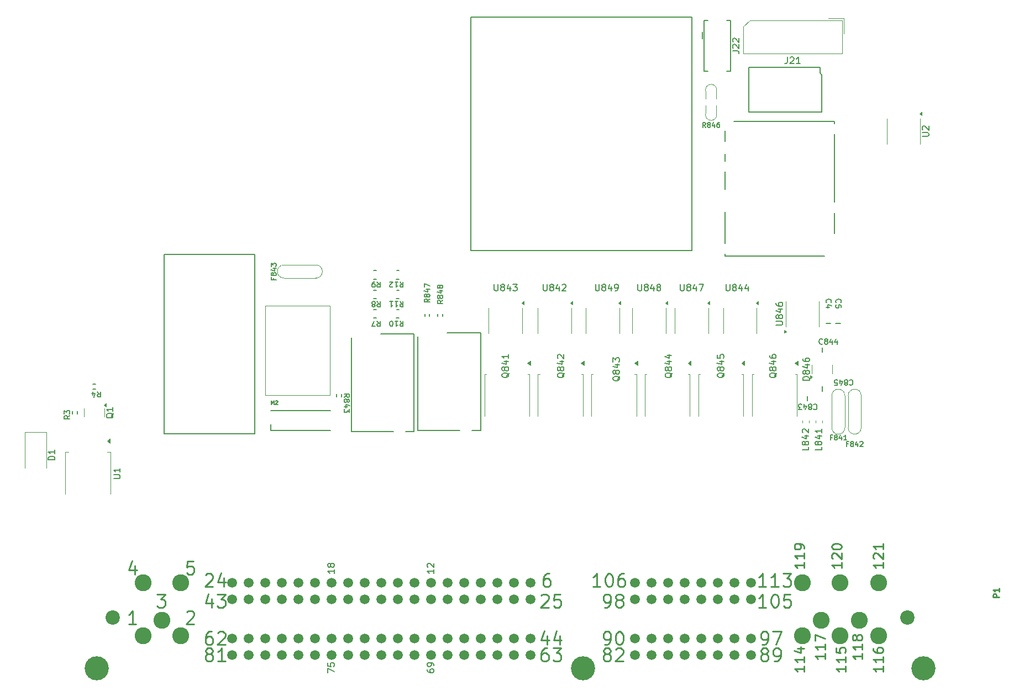
<source format=gto>
G04 #@! TF.GenerationSoftware,KiCad,Pcbnew,8.0.8*
G04 #@! TF.CreationDate,2025-12-25T11:17:47-05:00*
G04 #@! TF.ProjectId,greenenergyecu,67726565-6e65-46e6-9572-67796563752e,d*
G04 #@! TF.SameCoordinates,PX2b953a0PY6943058*
G04 #@! TF.FileFunction,Legend,Top*
G04 #@! TF.FilePolarity,Positive*
%FSLAX46Y46*%
G04 Gerber Fmt 4.6, Leading zero omitted, Abs format (unit mm)*
G04 Created by KiCad (PCBNEW 8.0.8) date 2025-12-25 11:17:47*
%MOMM*%
%LPD*%
G01*
G04 APERTURE LIST*
%ADD10C,0.250000*%
%ADD11C,0.200000*%
%ADD12C,0.222250*%
%ADD13C,0.170000*%
%ADD14C,0.150000*%
%ADD15C,0.127000*%
%ADD16C,0.203200*%
%ADD17C,0.120000*%
%ADD18C,0.100000*%
%ADD19C,0.099060*%
%ADD20C,3.700000*%
%ADD21C,2.200000*%
%ADD22C,2.600000*%
%ADD23C,1.500000*%
G04 APERTURE END LIST*
D10*
X95841666Y18022762D02*
X94698809Y18022762D01*
X95270237Y18022762D02*
X95270237Y20022762D01*
X95270237Y20022762D02*
X95079761Y19737048D01*
X95079761Y19737048D02*
X94889285Y19546572D01*
X94889285Y19546572D02*
X94698809Y19451334D01*
X97079761Y20022762D02*
X97270238Y20022762D01*
X97270238Y20022762D02*
X97460714Y19927524D01*
X97460714Y19927524D02*
X97555952Y19832286D01*
X97555952Y19832286D02*
X97651190Y19641810D01*
X97651190Y19641810D02*
X97746428Y19260858D01*
X97746428Y19260858D02*
X97746428Y18784667D01*
X97746428Y18784667D02*
X97651190Y18403715D01*
X97651190Y18403715D02*
X97555952Y18213239D01*
X97555952Y18213239D02*
X97460714Y18118000D01*
X97460714Y18118000D02*
X97270238Y18022762D01*
X97270238Y18022762D02*
X97079761Y18022762D01*
X97079761Y18022762D02*
X96889285Y18118000D01*
X96889285Y18118000D02*
X96794047Y18213239D01*
X96794047Y18213239D02*
X96698809Y18403715D01*
X96698809Y18403715D02*
X96603571Y18784667D01*
X96603571Y18784667D02*
X96603571Y19260858D01*
X96603571Y19260858D02*
X96698809Y19641810D01*
X96698809Y19641810D02*
X96794047Y19832286D01*
X96794047Y19832286D02*
X96889285Y19927524D01*
X96889285Y19927524D02*
X97079761Y20022762D01*
X99460714Y20022762D02*
X99079761Y20022762D01*
X99079761Y20022762D02*
X98889285Y19927524D01*
X98889285Y19927524D02*
X98794047Y19832286D01*
X98794047Y19832286D02*
X98603571Y19546572D01*
X98603571Y19546572D02*
X98508333Y19165620D01*
X98508333Y19165620D02*
X98508333Y18403715D01*
X98508333Y18403715D02*
X98603571Y18213239D01*
X98603571Y18213239D02*
X98698809Y18118000D01*
X98698809Y18118000D02*
X98889285Y18022762D01*
X98889285Y18022762D02*
X99270238Y18022762D01*
X99270238Y18022762D02*
X99460714Y18118000D01*
X99460714Y18118000D02*
X99555952Y18213239D01*
X99555952Y18213239D02*
X99651190Y18403715D01*
X99651190Y18403715D02*
X99651190Y18879905D01*
X99651190Y18879905D02*
X99555952Y19070381D01*
X99555952Y19070381D02*
X99460714Y19165620D01*
X99460714Y19165620D02*
X99270238Y19260858D01*
X99270238Y19260858D02*
X98889285Y19260858D01*
X98889285Y19260858D02*
X98698809Y19165620D01*
X98698809Y19165620D02*
X98603571Y19070381D01*
X98603571Y19070381D02*
X98508333Y18879905D01*
X24530952Y21261096D02*
X24530952Y19927762D01*
X24054761Y22023000D02*
X23578571Y20594429D01*
X23578571Y20594429D02*
X24816666Y20594429D01*
X33516190Y21927762D02*
X32563809Y21927762D01*
X32563809Y21927762D02*
X32468571Y20975381D01*
X32468571Y20975381D02*
X32563809Y21070620D01*
X32563809Y21070620D02*
X32754285Y21165858D01*
X32754285Y21165858D02*
X33230476Y21165858D01*
X33230476Y21165858D02*
X33420952Y21070620D01*
X33420952Y21070620D02*
X33516190Y20975381D01*
X33516190Y20975381D02*
X33611428Y20784905D01*
X33611428Y20784905D02*
X33611428Y20308715D01*
X33611428Y20308715D02*
X33516190Y20118239D01*
X33516190Y20118239D02*
X33420952Y20023000D01*
X33420952Y20023000D02*
X33230476Y19927762D01*
X33230476Y19927762D02*
X32754285Y19927762D01*
X32754285Y19927762D02*
X32563809Y20023000D01*
X32563809Y20023000D02*
X32468571Y20118239D01*
X32468571Y14117286D02*
X32563809Y14212524D01*
X32563809Y14212524D02*
X32754285Y14307762D01*
X32754285Y14307762D02*
X33230476Y14307762D01*
X33230476Y14307762D02*
X33420952Y14212524D01*
X33420952Y14212524D02*
X33516190Y14117286D01*
X33516190Y14117286D02*
X33611428Y13926810D01*
X33611428Y13926810D02*
X33611428Y13736334D01*
X33611428Y13736334D02*
X33516190Y13450620D01*
X33516190Y13450620D02*
X32373333Y12307762D01*
X32373333Y12307762D02*
X33611428Y12307762D01*
X130240928Y7775002D02*
X130240928Y6917859D01*
X130240928Y7346430D02*
X128740928Y7346430D01*
X128740928Y7346430D02*
X128955214Y7203573D01*
X128955214Y7203573D02*
X129098071Y7060716D01*
X129098071Y7060716D02*
X129169500Y6917859D01*
X130240928Y9203573D02*
X130240928Y8346430D01*
X130240928Y8775001D02*
X128740928Y8775001D01*
X128740928Y8775001D02*
X128955214Y8632144D01*
X128955214Y8632144D02*
X129098071Y8489287D01*
X129098071Y8489287D02*
X129169500Y8346430D01*
X128740928Y9703572D02*
X128740928Y10703572D01*
X128740928Y10703572D02*
X130240928Y10060715D01*
X139130928Y21745002D02*
X139130928Y20887859D01*
X139130928Y21316430D02*
X137630928Y21316430D01*
X137630928Y21316430D02*
X137845214Y21173573D01*
X137845214Y21173573D02*
X137988071Y21030716D01*
X137988071Y21030716D02*
X138059500Y20887859D01*
X137773785Y22316430D02*
X137702357Y22387858D01*
X137702357Y22387858D02*
X137630928Y22530715D01*
X137630928Y22530715D02*
X137630928Y22887858D01*
X137630928Y22887858D02*
X137702357Y23030715D01*
X137702357Y23030715D02*
X137773785Y23102144D01*
X137773785Y23102144D02*
X137916642Y23173573D01*
X137916642Y23173573D02*
X138059500Y23173573D01*
X138059500Y23173573D02*
X138273785Y23102144D01*
X138273785Y23102144D02*
X139130928Y22245001D01*
X139130928Y22245001D02*
X139130928Y23173573D01*
X139130928Y24602144D02*
X139130928Y23745001D01*
X139130928Y24173572D02*
X137630928Y24173572D01*
X137630928Y24173572D02*
X137845214Y24030715D01*
X137845214Y24030715D02*
X137988071Y23887858D01*
X137988071Y23887858D02*
X138059500Y23745001D01*
D11*
X54082219Y4790477D02*
X54082219Y5457143D01*
X54082219Y5457143D02*
X55082219Y5028572D01*
X54082219Y6314286D02*
X54082219Y5838096D01*
X54082219Y5838096D02*
X54558409Y5790477D01*
X54558409Y5790477D02*
X54510790Y5838096D01*
X54510790Y5838096D02*
X54463171Y5933334D01*
X54463171Y5933334D02*
X54463171Y6171429D01*
X54463171Y6171429D02*
X54510790Y6266667D01*
X54510790Y6266667D02*
X54558409Y6314286D01*
X54558409Y6314286D02*
X54653647Y6361905D01*
X54653647Y6361905D02*
X54891742Y6361905D01*
X54891742Y6361905D02*
X54986980Y6314286D01*
X54986980Y6314286D02*
X55034600Y6266667D01*
X55034600Y6266667D02*
X55082219Y6171429D01*
X55082219Y6171429D02*
X55082219Y5933334D01*
X55082219Y5933334D02*
X55034600Y5838096D01*
X55034600Y5838096D02*
X54986980Y5790477D01*
X69322219Y5314286D02*
X69322219Y5123810D01*
X69322219Y5123810D02*
X69369838Y5028572D01*
X69369838Y5028572D02*
X69417457Y4980953D01*
X69417457Y4980953D02*
X69560314Y4885715D01*
X69560314Y4885715D02*
X69750790Y4838096D01*
X69750790Y4838096D02*
X70131742Y4838096D01*
X70131742Y4838096D02*
X70226980Y4885715D01*
X70226980Y4885715D02*
X70274600Y4933334D01*
X70274600Y4933334D02*
X70322219Y5028572D01*
X70322219Y5028572D02*
X70322219Y5219048D01*
X70322219Y5219048D02*
X70274600Y5314286D01*
X70274600Y5314286D02*
X70226980Y5361905D01*
X70226980Y5361905D02*
X70131742Y5409524D01*
X70131742Y5409524D02*
X69893647Y5409524D01*
X69893647Y5409524D02*
X69798409Y5361905D01*
X69798409Y5361905D02*
X69750790Y5314286D01*
X69750790Y5314286D02*
X69703171Y5219048D01*
X69703171Y5219048D02*
X69703171Y5028572D01*
X69703171Y5028572D02*
X69750790Y4933334D01*
X69750790Y4933334D02*
X69798409Y4885715D01*
X69798409Y4885715D02*
X69893647Y4838096D01*
X70322219Y5885715D02*
X70322219Y6076191D01*
X70322219Y6076191D02*
X70274600Y6171429D01*
X70274600Y6171429D02*
X70226980Y6219048D01*
X70226980Y6219048D02*
X70084123Y6314286D01*
X70084123Y6314286D02*
X69893647Y6361905D01*
X69893647Y6361905D02*
X69512695Y6361905D01*
X69512695Y6361905D02*
X69417457Y6314286D01*
X69417457Y6314286D02*
X69369838Y6266667D01*
X69369838Y6266667D02*
X69322219Y6171429D01*
X69322219Y6171429D02*
X69322219Y5980953D01*
X69322219Y5980953D02*
X69369838Y5885715D01*
X69369838Y5885715D02*
X69417457Y5838096D01*
X69417457Y5838096D02*
X69512695Y5790477D01*
X69512695Y5790477D02*
X69750790Y5790477D01*
X69750790Y5790477D02*
X69846028Y5838096D01*
X69846028Y5838096D02*
X69893647Y5885715D01*
X69893647Y5885715D02*
X69941266Y5980953D01*
X69941266Y5980953D02*
X69941266Y6171429D01*
X69941266Y6171429D02*
X69893647Y6266667D01*
X69893647Y6266667D02*
X69846028Y6314286D01*
X69846028Y6314286D02*
X69750790Y6361905D01*
D10*
X86761190Y16657286D02*
X86856428Y16752524D01*
X86856428Y16752524D02*
X87046904Y16847762D01*
X87046904Y16847762D02*
X87523095Y16847762D01*
X87523095Y16847762D02*
X87713571Y16752524D01*
X87713571Y16752524D02*
X87808809Y16657286D01*
X87808809Y16657286D02*
X87904047Y16466810D01*
X87904047Y16466810D02*
X87904047Y16276334D01*
X87904047Y16276334D02*
X87808809Y15990620D01*
X87808809Y15990620D02*
X86665952Y14847762D01*
X86665952Y14847762D02*
X87904047Y14847762D01*
X89713571Y16847762D02*
X88761190Y16847762D01*
X88761190Y16847762D02*
X88665952Y15895381D01*
X88665952Y15895381D02*
X88761190Y15990620D01*
X88761190Y15990620D02*
X88951666Y16085858D01*
X88951666Y16085858D02*
X89427857Y16085858D01*
X89427857Y16085858D02*
X89618333Y15990620D01*
X89618333Y15990620D02*
X89713571Y15895381D01*
X89713571Y15895381D02*
X89808809Y15704905D01*
X89808809Y15704905D02*
X89808809Y15228715D01*
X89808809Y15228715D02*
X89713571Y15038239D01*
X89713571Y15038239D02*
X89618333Y14943000D01*
X89618333Y14943000D02*
X89427857Y14847762D01*
X89427857Y14847762D02*
X88951666Y14847762D01*
X88951666Y14847762D02*
X88761190Y14943000D01*
X88761190Y14943000D02*
X88665952Y15038239D01*
X133415928Y5870002D02*
X133415928Y5012859D01*
X133415928Y5441430D02*
X131915928Y5441430D01*
X131915928Y5441430D02*
X132130214Y5298573D01*
X132130214Y5298573D02*
X132273071Y5155716D01*
X132273071Y5155716D02*
X132344500Y5012859D01*
X133415928Y7298573D02*
X133415928Y6441430D01*
X133415928Y6870001D02*
X131915928Y6870001D01*
X131915928Y6870001D02*
X132130214Y6727144D01*
X132130214Y6727144D02*
X132273071Y6584287D01*
X132273071Y6584287D02*
X132344500Y6441430D01*
X131915928Y8655715D02*
X131915928Y7941429D01*
X131915928Y7941429D02*
X132630214Y7870001D01*
X132630214Y7870001D02*
X132558785Y7941429D01*
X132558785Y7941429D02*
X132487357Y8084286D01*
X132487357Y8084286D02*
X132487357Y8441429D01*
X132487357Y8441429D02*
X132558785Y8584286D01*
X132558785Y8584286D02*
X132630214Y8655715D01*
X132630214Y8655715D02*
X132773071Y8727144D01*
X132773071Y8727144D02*
X133130214Y8727144D01*
X133130214Y8727144D02*
X133273071Y8655715D01*
X133273071Y8655715D02*
X133344500Y8584286D01*
X133344500Y8584286D02*
X133415928Y8441429D01*
X133415928Y8441429D02*
X133415928Y8084286D01*
X133415928Y8084286D02*
X133344500Y7941429D01*
X133344500Y7941429D02*
X133273071Y7870001D01*
X36278571Y16181096D02*
X36278571Y14847762D01*
X35802380Y16943000D02*
X35326190Y15514429D01*
X35326190Y15514429D02*
X36564285Y15514429D01*
X37135714Y16847762D02*
X38373809Y16847762D01*
X38373809Y16847762D02*
X37707142Y16085858D01*
X37707142Y16085858D02*
X37992857Y16085858D01*
X37992857Y16085858D02*
X38183333Y15990620D01*
X38183333Y15990620D02*
X38278571Y15895381D01*
X38278571Y15895381D02*
X38373809Y15704905D01*
X38373809Y15704905D02*
X38373809Y15228715D01*
X38373809Y15228715D02*
X38278571Y15038239D01*
X38278571Y15038239D02*
X38183333Y14943000D01*
X38183333Y14943000D02*
X37992857Y14847762D01*
X37992857Y14847762D02*
X37421428Y14847762D01*
X37421428Y14847762D02*
X37230952Y14943000D01*
X37230952Y14943000D02*
X37135714Y15038239D01*
D11*
X55082219Y20649524D02*
X55082219Y20078096D01*
X55082219Y20363810D02*
X54082219Y20363810D01*
X54082219Y20363810D02*
X54225076Y20268572D01*
X54225076Y20268572D02*
X54320314Y20173334D01*
X54320314Y20173334D02*
X54367933Y20078096D01*
X54510790Y21220953D02*
X54463171Y21125715D01*
X54463171Y21125715D02*
X54415552Y21078096D01*
X54415552Y21078096D02*
X54320314Y21030477D01*
X54320314Y21030477D02*
X54272695Y21030477D01*
X54272695Y21030477D02*
X54177457Y21078096D01*
X54177457Y21078096D02*
X54129838Y21125715D01*
X54129838Y21125715D02*
X54082219Y21220953D01*
X54082219Y21220953D02*
X54082219Y21411429D01*
X54082219Y21411429D02*
X54129838Y21506667D01*
X54129838Y21506667D02*
X54177457Y21554286D01*
X54177457Y21554286D02*
X54272695Y21601905D01*
X54272695Y21601905D02*
X54320314Y21601905D01*
X54320314Y21601905D02*
X54415552Y21554286D01*
X54415552Y21554286D02*
X54463171Y21506667D01*
X54463171Y21506667D02*
X54510790Y21411429D01*
X54510790Y21411429D02*
X54510790Y21220953D01*
X54510790Y21220953D02*
X54558409Y21125715D01*
X54558409Y21125715D02*
X54606028Y21078096D01*
X54606028Y21078096D02*
X54701266Y21030477D01*
X54701266Y21030477D02*
X54891742Y21030477D01*
X54891742Y21030477D02*
X54986980Y21078096D01*
X54986980Y21078096D02*
X55034600Y21125715D01*
X55034600Y21125715D02*
X55082219Y21220953D01*
X55082219Y21220953D02*
X55082219Y21411429D01*
X55082219Y21411429D02*
X55034600Y21506667D01*
X55034600Y21506667D02*
X54986980Y21554286D01*
X54986980Y21554286D02*
X54891742Y21601905D01*
X54891742Y21601905D02*
X54701266Y21601905D01*
X54701266Y21601905D02*
X54606028Y21554286D01*
X54606028Y21554286D02*
X54558409Y21506667D01*
X54558409Y21506667D02*
X54510790Y21411429D01*
D10*
X120606666Y9132762D02*
X120987618Y9132762D01*
X120987618Y9132762D02*
X121178095Y9228000D01*
X121178095Y9228000D02*
X121273333Y9323239D01*
X121273333Y9323239D02*
X121463809Y9608953D01*
X121463809Y9608953D02*
X121559047Y9989905D01*
X121559047Y9989905D02*
X121559047Y10751810D01*
X121559047Y10751810D02*
X121463809Y10942286D01*
X121463809Y10942286D02*
X121368571Y11037524D01*
X121368571Y11037524D02*
X121178095Y11132762D01*
X121178095Y11132762D02*
X120797142Y11132762D01*
X120797142Y11132762D02*
X120606666Y11037524D01*
X120606666Y11037524D02*
X120511428Y10942286D01*
X120511428Y10942286D02*
X120416190Y10751810D01*
X120416190Y10751810D02*
X120416190Y10275620D01*
X120416190Y10275620D02*
X120511428Y10085143D01*
X120511428Y10085143D02*
X120606666Y9989905D01*
X120606666Y9989905D02*
X120797142Y9894667D01*
X120797142Y9894667D02*
X121178095Y9894667D01*
X121178095Y9894667D02*
X121368571Y9989905D01*
X121368571Y9989905D02*
X121463809Y10085143D01*
X121463809Y10085143D02*
X121559047Y10275620D01*
X122225714Y11132762D02*
X123559047Y11132762D01*
X123559047Y11132762D02*
X122701904Y9132762D01*
X35326190Y19832286D02*
X35421428Y19927524D01*
X35421428Y19927524D02*
X35611904Y20022762D01*
X35611904Y20022762D02*
X36088095Y20022762D01*
X36088095Y20022762D02*
X36278571Y19927524D01*
X36278571Y19927524D02*
X36373809Y19832286D01*
X36373809Y19832286D02*
X36469047Y19641810D01*
X36469047Y19641810D02*
X36469047Y19451334D01*
X36469047Y19451334D02*
X36373809Y19165620D01*
X36373809Y19165620D02*
X35230952Y18022762D01*
X35230952Y18022762D02*
X36469047Y18022762D01*
X38183333Y19356096D02*
X38183333Y18022762D01*
X37707142Y20118000D02*
X37230952Y18689429D01*
X37230952Y18689429D02*
X38469047Y18689429D01*
X96476666Y14847762D02*
X96857618Y14847762D01*
X96857618Y14847762D02*
X97048095Y14943000D01*
X97048095Y14943000D02*
X97143333Y15038239D01*
X97143333Y15038239D02*
X97333809Y15323953D01*
X97333809Y15323953D02*
X97429047Y15704905D01*
X97429047Y15704905D02*
X97429047Y16466810D01*
X97429047Y16466810D02*
X97333809Y16657286D01*
X97333809Y16657286D02*
X97238571Y16752524D01*
X97238571Y16752524D02*
X97048095Y16847762D01*
X97048095Y16847762D02*
X96667142Y16847762D01*
X96667142Y16847762D02*
X96476666Y16752524D01*
X96476666Y16752524D02*
X96381428Y16657286D01*
X96381428Y16657286D02*
X96286190Y16466810D01*
X96286190Y16466810D02*
X96286190Y15990620D01*
X96286190Y15990620D02*
X96381428Y15800143D01*
X96381428Y15800143D02*
X96476666Y15704905D01*
X96476666Y15704905D02*
X96667142Y15609667D01*
X96667142Y15609667D02*
X97048095Y15609667D01*
X97048095Y15609667D02*
X97238571Y15704905D01*
X97238571Y15704905D02*
X97333809Y15800143D01*
X97333809Y15800143D02*
X97429047Y15990620D01*
X98571904Y15990620D02*
X98381428Y16085858D01*
X98381428Y16085858D02*
X98286190Y16181096D01*
X98286190Y16181096D02*
X98190952Y16371572D01*
X98190952Y16371572D02*
X98190952Y16466810D01*
X98190952Y16466810D02*
X98286190Y16657286D01*
X98286190Y16657286D02*
X98381428Y16752524D01*
X98381428Y16752524D02*
X98571904Y16847762D01*
X98571904Y16847762D02*
X98952857Y16847762D01*
X98952857Y16847762D02*
X99143333Y16752524D01*
X99143333Y16752524D02*
X99238571Y16657286D01*
X99238571Y16657286D02*
X99333809Y16466810D01*
X99333809Y16466810D02*
X99333809Y16371572D01*
X99333809Y16371572D02*
X99238571Y16181096D01*
X99238571Y16181096D02*
X99143333Y16085858D01*
X99143333Y16085858D02*
X98952857Y15990620D01*
X98952857Y15990620D02*
X98571904Y15990620D01*
X98571904Y15990620D02*
X98381428Y15895381D01*
X98381428Y15895381D02*
X98286190Y15800143D01*
X98286190Y15800143D02*
X98190952Y15609667D01*
X98190952Y15609667D02*
X98190952Y15228715D01*
X98190952Y15228715D02*
X98286190Y15038239D01*
X98286190Y15038239D02*
X98381428Y14943000D01*
X98381428Y14943000D02*
X98571904Y14847762D01*
X98571904Y14847762D02*
X98952857Y14847762D01*
X98952857Y14847762D02*
X99143333Y14943000D01*
X99143333Y14943000D02*
X99238571Y15038239D01*
X99238571Y15038239D02*
X99333809Y15228715D01*
X99333809Y15228715D02*
X99333809Y15609667D01*
X99333809Y15609667D02*
X99238571Y15800143D01*
X99238571Y15800143D02*
X99143333Y15895381D01*
X99143333Y15895381D02*
X98952857Y15990620D01*
X135955928Y7775002D02*
X135955928Y6917859D01*
X135955928Y7346430D02*
X134455928Y7346430D01*
X134455928Y7346430D02*
X134670214Y7203573D01*
X134670214Y7203573D02*
X134813071Y7060716D01*
X134813071Y7060716D02*
X134884500Y6917859D01*
X135955928Y9203573D02*
X135955928Y8346430D01*
X135955928Y8775001D02*
X134455928Y8775001D01*
X134455928Y8775001D02*
X134670214Y8632144D01*
X134670214Y8632144D02*
X134813071Y8489287D01*
X134813071Y8489287D02*
X134884500Y8346430D01*
X135098785Y10060715D02*
X135027357Y9917858D01*
X135027357Y9917858D02*
X134955928Y9846429D01*
X134955928Y9846429D02*
X134813071Y9775001D01*
X134813071Y9775001D02*
X134741642Y9775001D01*
X134741642Y9775001D02*
X134598785Y9846429D01*
X134598785Y9846429D02*
X134527357Y9917858D01*
X134527357Y9917858D02*
X134455928Y10060715D01*
X134455928Y10060715D02*
X134455928Y10346429D01*
X134455928Y10346429D02*
X134527357Y10489286D01*
X134527357Y10489286D02*
X134598785Y10560715D01*
X134598785Y10560715D02*
X134741642Y10632144D01*
X134741642Y10632144D02*
X134813071Y10632144D01*
X134813071Y10632144D02*
X134955928Y10560715D01*
X134955928Y10560715D02*
X135027357Y10489286D01*
X135027357Y10489286D02*
X135098785Y10346429D01*
X135098785Y10346429D02*
X135098785Y10060715D01*
X135098785Y10060715D02*
X135170214Y9917858D01*
X135170214Y9917858D02*
X135241642Y9846429D01*
X135241642Y9846429D02*
X135384500Y9775001D01*
X135384500Y9775001D02*
X135670214Y9775001D01*
X135670214Y9775001D02*
X135813071Y9846429D01*
X135813071Y9846429D02*
X135884500Y9917858D01*
X135884500Y9917858D02*
X135955928Y10060715D01*
X135955928Y10060715D02*
X135955928Y10346429D01*
X135955928Y10346429D02*
X135884500Y10489286D01*
X135884500Y10489286D02*
X135813071Y10560715D01*
X135813071Y10560715D02*
X135670214Y10632144D01*
X135670214Y10632144D02*
X135384500Y10632144D01*
X135384500Y10632144D02*
X135241642Y10560715D01*
X135241642Y10560715D02*
X135170214Y10489286D01*
X135170214Y10489286D02*
X135098785Y10346429D01*
X24721428Y12307762D02*
X23578571Y12307762D01*
X24149999Y12307762D02*
X24149999Y14307762D01*
X24149999Y14307762D02*
X23959523Y14022048D01*
X23959523Y14022048D02*
X23769047Y13831572D01*
X23769047Y13831572D02*
X23578571Y13736334D01*
X35707142Y7735620D02*
X35516666Y7830858D01*
X35516666Y7830858D02*
X35421428Y7926096D01*
X35421428Y7926096D02*
X35326190Y8116572D01*
X35326190Y8116572D02*
X35326190Y8211810D01*
X35326190Y8211810D02*
X35421428Y8402286D01*
X35421428Y8402286D02*
X35516666Y8497524D01*
X35516666Y8497524D02*
X35707142Y8592762D01*
X35707142Y8592762D02*
X36088095Y8592762D01*
X36088095Y8592762D02*
X36278571Y8497524D01*
X36278571Y8497524D02*
X36373809Y8402286D01*
X36373809Y8402286D02*
X36469047Y8211810D01*
X36469047Y8211810D02*
X36469047Y8116572D01*
X36469047Y8116572D02*
X36373809Y7926096D01*
X36373809Y7926096D02*
X36278571Y7830858D01*
X36278571Y7830858D02*
X36088095Y7735620D01*
X36088095Y7735620D02*
X35707142Y7735620D01*
X35707142Y7735620D02*
X35516666Y7640381D01*
X35516666Y7640381D02*
X35421428Y7545143D01*
X35421428Y7545143D02*
X35326190Y7354667D01*
X35326190Y7354667D02*
X35326190Y6973715D01*
X35326190Y6973715D02*
X35421428Y6783239D01*
X35421428Y6783239D02*
X35516666Y6688000D01*
X35516666Y6688000D02*
X35707142Y6592762D01*
X35707142Y6592762D02*
X36088095Y6592762D01*
X36088095Y6592762D02*
X36278571Y6688000D01*
X36278571Y6688000D02*
X36373809Y6783239D01*
X36373809Y6783239D02*
X36469047Y6973715D01*
X36469047Y6973715D02*
X36469047Y7354667D01*
X36469047Y7354667D02*
X36373809Y7545143D01*
X36373809Y7545143D02*
X36278571Y7640381D01*
X36278571Y7640381D02*
X36088095Y7735620D01*
X38373809Y6592762D02*
X37230952Y6592762D01*
X37802380Y6592762D02*
X37802380Y8592762D01*
X37802380Y8592762D02*
X37611904Y8307048D01*
X37611904Y8307048D02*
X37421428Y8116572D01*
X37421428Y8116572D02*
X37230952Y8021334D01*
X127065928Y21745002D02*
X127065928Y20887859D01*
X127065928Y21316430D02*
X125565928Y21316430D01*
X125565928Y21316430D02*
X125780214Y21173573D01*
X125780214Y21173573D02*
X125923071Y21030716D01*
X125923071Y21030716D02*
X125994500Y20887859D01*
X127065928Y23173573D02*
X127065928Y22316430D01*
X127065928Y22745001D02*
X125565928Y22745001D01*
X125565928Y22745001D02*
X125780214Y22602144D01*
X125780214Y22602144D02*
X125923071Y22459287D01*
X125923071Y22459287D02*
X125994500Y22316430D01*
X127065928Y23887858D02*
X127065928Y24173572D01*
X127065928Y24173572D02*
X126994500Y24316429D01*
X126994500Y24316429D02*
X126923071Y24387858D01*
X126923071Y24387858D02*
X126708785Y24530715D01*
X126708785Y24530715D02*
X126423071Y24602144D01*
X126423071Y24602144D02*
X125851642Y24602144D01*
X125851642Y24602144D02*
X125708785Y24530715D01*
X125708785Y24530715D02*
X125637357Y24459286D01*
X125637357Y24459286D02*
X125565928Y24316429D01*
X125565928Y24316429D02*
X125565928Y24030715D01*
X125565928Y24030715D02*
X125637357Y23887858D01*
X125637357Y23887858D02*
X125708785Y23816429D01*
X125708785Y23816429D02*
X125851642Y23745001D01*
X125851642Y23745001D02*
X126208785Y23745001D01*
X126208785Y23745001D02*
X126351642Y23816429D01*
X126351642Y23816429D02*
X126423071Y23887858D01*
X126423071Y23887858D02*
X126494500Y24030715D01*
X126494500Y24030715D02*
X126494500Y24316429D01*
X126494500Y24316429D02*
X126423071Y24459286D01*
X126423071Y24459286D02*
X126351642Y24530715D01*
X126351642Y24530715D02*
X126208785Y24602144D01*
X87713571Y10466096D02*
X87713571Y9132762D01*
X87237380Y11228000D02*
X86761190Y9799429D01*
X86761190Y9799429D02*
X87999285Y9799429D01*
X89618333Y10466096D02*
X89618333Y9132762D01*
X89142142Y11228000D02*
X88665952Y9799429D01*
X88665952Y9799429D02*
X89904047Y9799429D01*
X96667142Y7735620D02*
X96476666Y7830858D01*
X96476666Y7830858D02*
X96381428Y7926096D01*
X96381428Y7926096D02*
X96286190Y8116572D01*
X96286190Y8116572D02*
X96286190Y8211810D01*
X96286190Y8211810D02*
X96381428Y8402286D01*
X96381428Y8402286D02*
X96476666Y8497524D01*
X96476666Y8497524D02*
X96667142Y8592762D01*
X96667142Y8592762D02*
X97048095Y8592762D01*
X97048095Y8592762D02*
X97238571Y8497524D01*
X97238571Y8497524D02*
X97333809Y8402286D01*
X97333809Y8402286D02*
X97429047Y8211810D01*
X97429047Y8211810D02*
X97429047Y8116572D01*
X97429047Y8116572D02*
X97333809Y7926096D01*
X97333809Y7926096D02*
X97238571Y7830858D01*
X97238571Y7830858D02*
X97048095Y7735620D01*
X97048095Y7735620D02*
X96667142Y7735620D01*
X96667142Y7735620D02*
X96476666Y7640381D01*
X96476666Y7640381D02*
X96381428Y7545143D01*
X96381428Y7545143D02*
X96286190Y7354667D01*
X96286190Y7354667D02*
X96286190Y6973715D01*
X96286190Y6973715D02*
X96381428Y6783239D01*
X96381428Y6783239D02*
X96476666Y6688000D01*
X96476666Y6688000D02*
X96667142Y6592762D01*
X96667142Y6592762D02*
X97048095Y6592762D01*
X97048095Y6592762D02*
X97238571Y6688000D01*
X97238571Y6688000D02*
X97333809Y6783239D01*
X97333809Y6783239D02*
X97429047Y6973715D01*
X97429047Y6973715D02*
X97429047Y7354667D01*
X97429047Y7354667D02*
X97333809Y7545143D01*
X97333809Y7545143D02*
X97238571Y7640381D01*
X97238571Y7640381D02*
X97048095Y7735620D01*
X98190952Y8402286D02*
X98286190Y8497524D01*
X98286190Y8497524D02*
X98476666Y8592762D01*
X98476666Y8592762D02*
X98952857Y8592762D01*
X98952857Y8592762D02*
X99143333Y8497524D01*
X99143333Y8497524D02*
X99238571Y8402286D01*
X99238571Y8402286D02*
X99333809Y8211810D01*
X99333809Y8211810D02*
X99333809Y8021334D01*
X99333809Y8021334D02*
X99238571Y7735620D01*
X99238571Y7735620D02*
X98095714Y6592762D01*
X98095714Y6592762D02*
X99333809Y6592762D01*
X27928333Y16847762D02*
X29166428Y16847762D01*
X29166428Y16847762D02*
X28499761Y16085858D01*
X28499761Y16085858D02*
X28785476Y16085858D01*
X28785476Y16085858D02*
X28975952Y15990620D01*
X28975952Y15990620D02*
X29071190Y15895381D01*
X29071190Y15895381D02*
X29166428Y15704905D01*
X29166428Y15704905D02*
X29166428Y15228715D01*
X29166428Y15228715D02*
X29071190Y15038239D01*
X29071190Y15038239D02*
X28975952Y14943000D01*
X28975952Y14943000D02*
X28785476Y14847762D01*
X28785476Y14847762D02*
X28214047Y14847762D01*
X28214047Y14847762D02*
X28023571Y14943000D01*
X28023571Y14943000D02*
X27928333Y15038239D01*
X120797142Y7735620D02*
X120606666Y7830858D01*
X120606666Y7830858D02*
X120511428Y7926096D01*
X120511428Y7926096D02*
X120416190Y8116572D01*
X120416190Y8116572D02*
X120416190Y8211810D01*
X120416190Y8211810D02*
X120511428Y8402286D01*
X120511428Y8402286D02*
X120606666Y8497524D01*
X120606666Y8497524D02*
X120797142Y8592762D01*
X120797142Y8592762D02*
X121178095Y8592762D01*
X121178095Y8592762D02*
X121368571Y8497524D01*
X121368571Y8497524D02*
X121463809Y8402286D01*
X121463809Y8402286D02*
X121559047Y8211810D01*
X121559047Y8211810D02*
X121559047Y8116572D01*
X121559047Y8116572D02*
X121463809Y7926096D01*
X121463809Y7926096D02*
X121368571Y7830858D01*
X121368571Y7830858D02*
X121178095Y7735620D01*
X121178095Y7735620D02*
X120797142Y7735620D01*
X120797142Y7735620D02*
X120606666Y7640381D01*
X120606666Y7640381D02*
X120511428Y7545143D01*
X120511428Y7545143D02*
X120416190Y7354667D01*
X120416190Y7354667D02*
X120416190Y6973715D01*
X120416190Y6973715D02*
X120511428Y6783239D01*
X120511428Y6783239D02*
X120606666Y6688000D01*
X120606666Y6688000D02*
X120797142Y6592762D01*
X120797142Y6592762D02*
X121178095Y6592762D01*
X121178095Y6592762D02*
X121368571Y6688000D01*
X121368571Y6688000D02*
X121463809Y6783239D01*
X121463809Y6783239D02*
X121559047Y6973715D01*
X121559047Y6973715D02*
X121559047Y7354667D01*
X121559047Y7354667D02*
X121463809Y7545143D01*
X121463809Y7545143D02*
X121368571Y7640381D01*
X121368571Y7640381D02*
X121178095Y7735620D01*
X122511428Y6592762D02*
X122892380Y6592762D01*
X122892380Y6592762D02*
X123082857Y6688000D01*
X123082857Y6688000D02*
X123178095Y6783239D01*
X123178095Y6783239D02*
X123368571Y7068953D01*
X123368571Y7068953D02*
X123463809Y7449905D01*
X123463809Y7449905D02*
X123463809Y8211810D01*
X123463809Y8211810D02*
X123368571Y8402286D01*
X123368571Y8402286D02*
X123273333Y8497524D01*
X123273333Y8497524D02*
X123082857Y8592762D01*
X123082857Y8592762D02*
X122701904Y8592762D01*
X122701904Y8592762D02*
X122511428Y8497524D01*
X122511428Y8497524D02*
X122416190Y8402286D01*
X122416190Y8402286D02*
X122320952Y8211810D01*
X122320952Y8211810D02*
X122320952Y7735620D01*
X122320952Y7735620D02*
X122416190Y7545143D01*
X122416190Y7545143D02*
X122511428Y7449905D01*
X122511428Y7449905D02*
X122701904Y7354667D01*
X122701904Y7354667D02*
X123082857Y7354667D01*
X123082857Y7354667D02*
X123273333Y7449905D01*
X123273333Y7449905D02*
X123368571Y7545143D01*
X123368571Y7545143D02*
X123463809Y7735620D01*
X87713571Y8592762D02*
X87332618Y8592762D01*
X87332618Y8592762D02*
X87142142Y8497524D01*
X87142142Y8497524D02*
X87046904Y8402286D01*
X87046904Y8402286D02*
X86856428Y8116572D01*
X86856428Y8116572D02*
X86761190Y7735620D01*
X86761190Y7735620D02*
X86761190Y6973715D01*
X86761190Y6973715D02*
X86856428Y6783239D01*
X86856428Y6783239D02*
X86951666Y6688000D01*
X86951666Y6688000D02*
X87142142Y6592762D01*
X87142142Y6592762D02*
X87523095Y6592762D01*
X87523095Y6592762D02*
X87713571Y6688000D01*
X87713571Y6688000D02*
X87808809Y6783239D01*
X87808809Y6783239D02*
X87904047Y6973715D01*
X87904047Y6973715D02*
X87904047Y7449905D01*
X87904047Y7449905D02*
X87808809Y7640381D01*
X87808809Y7640381D02*
X87713571Y7735620D01*
X87713571Y7735620D02*
X87523095Y7830858D01*
X87523095Y7830858D02*
X87142142Y7830858D01*
X87142142Y7830858D02*
X86951666Y7735620D01*
X86951666Y7735620D02*
X86856428Y7640381D01*
X86856428Y7640381D02*
X86761190Y7449905D01*
X88570714Y8592762D02*
X89808809Y8592762D01*
X89808809Y8592762D02*
X89142142Y7830858D01*
X89142142Y7830858D02*
X89427857Y7830858D01*
X89427857Y7830858D02*
X89618333Y7735620D01*
X89618333Y7735620D02*
X89713571Y7640381D01*
X89713571Y7640381D02*
X89808809Y7449905D01*
X89808809Y7449905D02*
X89808809Y6973715D01*
X89808809Y6973715D02*
X89713571Y6783239D01*
X89713571Y6783239D02*
X89618333Y6688000D01*
X89618333Y6688000D02*
X89427857Y6592762D01*
X89427857Y6592762D02*
X88856428Y6592762D01*
X88856428Y6592762D02*
X88665952Y6688000D01*
X88665952Y6688000D02*
X88570714Y6783239D01*
X127065928Y5870002D02*
X127065928Y5012859D01*
X127065928Y5441430D02*
X125565928Y5441430D01*
X125565928Y5441430D02*
X125780214Y5298573D01*
X125780214Y5298573D02*
X125923071Y5155716D01*
X125923071Y5155716D02*
X125994500Y5012859D01*
X127065928Y7298573D02*
X127065928Y6441430D01*
X127065928Y6870001D02*
X125565928Y6870001D01*
X125565928Y6870001D02*
X125780214Y6727144D01*
X125780214Y6727144D02*
X125923071Y6584287D01*
X125923071Y6584287D02*
X125994500Y6441430D01*
X126065928Y8584286D02*
X127065928Y8584286D01*
X125494500Y8227144D02*
X126565928Y7870001D01*
X126565928Y7870001D02*
X126565928Y8798572D01*
X132780928Y21745002D02*
X132780928Y20887859D01*
X132780928Y21316430D02*
X131280928Y21316430D01*
X131280928Y21316430D02*
X131495214Y21173573D01*
X131495214Y21173573D02*
X131638071Y21030716D01*
X131638071Y21030716D02*
X131709500Y20887859D01*
X131423785Y22316430D02*
X131352357Y22387858D01*
X131352357Y22387858D02*
X131280928Y22530715D01*
X131280928Y22530715D02*
X131280928Y22887858D01*
X131280928Y22887858D02*
X131352357Y23030715D01*
X131352357Y23030715D02*
X131423785Y23102144D01*
X131423785Y23102144D02*
X131566642Y23173573D01*
X131566642Y23173573D02*
X131709500Y23173573D01*
X131709500Y23173573D02*
X131923785Y23102144D01*
X131923785Y23102144D02*
X132780928Y22245001D01*
X132780928Y22245001D02*
X132780928Y23173573D01*
X131280928Y24102144D02*
X131280928Y24245001D01*
X131280928Y24245001D02*
X131352357Y24387858D01*
X131352357Y24387858D02*
X131423785Y24459286D01*
X131423785Y24459286D02*
X131566642Y24530715D01*
X131566642Y24530715D02*
X131852357Y24602144D01*
X131852357Y24602144D02*
X132209500Y24602144D01*
X132209500Y24602144D02*
X132495214Y24530715D01*
X132495214Y24530715D02*
X132638071Y24459286D01*
X132638071Y24459286D02*
X132709500Y24387858D01*
X132709500Y24387858D02*
X132780928Y24245001D01*
X132780928Y24245001D02*
X132780928Y24102144D01*
X132780928Y24102144D02*
X132709500Y23959286D01*
X132709500Y23959286D02*
X132638071Y23887858D01*
X132638071Y23887858D02*
X132495214Y23816429D01*
X132495214Y23816429D02*
X132209500Y23745001D01*
X132209500Y23745001D02*
X131852357Y23745001D01*
X131852357Y23745001D02*
X131566642Y23816429D01*
X131566642Y23816429D02*
X131423785Y23887858D01*
X131423785Y23887858D02*
X131352357Y23959286D01*
X131352357Y23959286D02*
X131280928Y24102144D01*
X88030952Y20022762D02*
X87649999Y20022762D01*
X87649999Y20022762D02*
X87459523Y19927524D01*
X87459523Y19927524D02*
X87364285Y19832286D01*
X87364285Y19832286D02*
X87173809Y19546572D01*
X87173809Y19546572D02*
X87078571Y19165620D01*
X87078571Y19165620D02*
X87078571Y18403715D01*
X87078571Y18403715D02*
X87173809Y18213239D01*
X87173809Y18213239D02*
X87269047Y18118000D01*
X87269047Y18118000D02*
X87459523Y18022762D01*
X87459523Y18022762D02*
X87840476Y18022762D01*
X87840476Y18022762D02*
X88030952Y18118000D01*
X88030952Y18118000D02*
X88126190Y18213239D01*
X88126190Y18213239D02*
X88221428Y18403715D01*
X88221428Y18403715D02*
X88221428Y18879905D01*
X88221428Y18879905D02*
X88126190Y19070381D01*
X88126190Y19070381D02*
X88030952Y19165620D01*
X88030952Y19165620D02*
X87840476Y19260858D01*
X87840476Y19260858D02*
X87459523Y19260858D01*
X87459523Y19260858D02*
X87269047Y19165620D01*
X87269047Y19165620D02*
X87173809Y19070381D01*
X87173809Y19070381D02*
X87078571Y18879905D01*
X96476666Y9132762D02*
X96857618Y9132762D01*
X96857618Y9132762D02*
X97048095Y9228000D01*
X97048095Y9228000D02*
X97143333Y9323239D01*
X97143333Y9323239D02*
X97333809Y9608953D01*
X97333809Y9608953D02*
X97429047Y9989905D01*
X97429047Y9989905D02*
X97429047Y10751810D01*
X97429047Y10751810D02*
X97333809Y10942286D01*
X97333809Y10942286D02*
X97238571Y11037524D01*
X97238571Y11037524D02*
X97048095Y11132762D01*
X97048095Y11132762D02*
X96667142Y11132762D01*
X96667142Y11132762D02*
X96476666Y11037524D01*
X96476666Y11037524D02*
X96381428Y10942286D01*
X96381428Y10942286D02*
X96286190Y10751810D01*
X96286190Y10751810D02*
X96286190Y10275620D01*
X96286190Y10275620D02*
X96381428Y10085143D01*
X96381428Y10085143D02*
X96476666Y9989905D01*
X96476666Y9989905D02*
X96667142Y9894667D01*
X96667142Y9894667D02*
X97048095Y9894667D01*
X97048095Y9894667D02*
X97238571Y9989905D01*
X97238571Y9989905D02*
X97333809Y10085143D01*
X97333809Y10085143D02*
X97429047Y10275620D01*
X98667142Y11132762D02*
X98857619Y11132762D01*
X98857619Y11132762D02*
X99048095Y11037524D01*
X99048095Y11037524D02*
X99143333Y10942286D01*
X99143333Y10942286D02*
X99238571Y10751810D01*
X99238571Y10751810D02*
X99333809Y10370858D01*
X99333809Y10370858D02*
X99333809Y9894667D01*
X99333809Y9894667D02*
X99238571Y9513715D01*
X99238571Y9513715D02*
X99143333Y9323239D01*
X99143333Y9323239D02*
X99048095Y9228000D01*
X99048095Y9228000D02*
X98857619Y9132762D01*
X98857619Y9132762D02*
X98667142Y9132762D01*
X98667142Y9132762D02*
X98476666Y9228000D01*
X98476666Y9228000D02*
X98381428Y9323239D01*
X98381428Y9323239D02*
X98286190Y9513715D01*
X98286190Y9513715D02*
X98190952Y9894667D01*
X98190952Y9894667D02*
X98190952Y10370858D01*
X98190952Y10370858D02*
X98286190Y10751810D01*
X98286190Y10751810D02*
X98381428Y10942286D01*
X98381428Y10942286D02*
X98476666Y11037524D01*
X98476666Y11037524D02*
X98667142Y11132762D01*
X121241666Y18022762D02*
X120098809Y18022762D01*
X120670237Y18022762D02*
X120670237Y20022762D01*
X120670237Y20022762D02*
X120479761Y19737048D01*
X120479761Y19737048D02*
X120289285Y19546572D01*
X120289285Y19546572D02*
X120098809Y19451334D01*
X123146428Y18022762D02*
X122003571Y18022762D01*
X122574999Y18022762D02*
X122574999Y20022762D01*
X122574999Y20022762D02*
X122384523Y19737048D01*
X122384523Y19737048D02*
X122194047Y19546572D01*
X122194047Y19546572D02*
X122003571Y19451334D01*
X123813095Y20022762D02*
X125051190Y20022762D01*
X125051190Y20022762D02*
X124384523Y19260858D01*
X124384523Y19260858D02*
X124670238Y19260858D01*
X124670238Y19260858D02*
X124860714Y19165620D01*
X124860714Y19165620D02*
X124955952Y19070381D01*
X124955952Y19070381D02*
X125051190Y18879905D01*
X125051190Y18879905D02*
X125051190Y18403715D01*
X125051190Y18403715D02*
X124955952Y18213239D01*
X124955952Y18213239D02*
X124860714Y18118000D01*
X124860714Y18118000D02*
X124670238Y18022762D01*
X124670238Y18022762D02*
X124098809Y18022762D01*
X124098809Y18022762D02*
X123908333Y18118000D01*
X123908333Y18118000D02*
X123813095Y18213239D01*
X36278571Y11132762D02*
X35897618Y11132762D01*
X35897618Y11132762D02*
X35707142Y11037524D01*
X35707142Y11037524D02*
X35611904Y10942286D01*
X35611904Y10942286D02*
X35421428Y10656572D01*
X35421428Y10656572D02*
X35326190Y10275620D01*
X35326190Y10275620D02*
X35326190Y9513715D01*
X35326190Y9513715D02*
X35421428Y9323239D01*
X35421428Y9323239D02*
X35516666Y9228000D01*
X35516666Y9228000D02*
X35707142Y9132762D01*
X35707142Y9132762D02*
X36088095Y9132762D01*
X36088095Y9132762D02*
X36278571Y9228000D01*
X36278571Y9228000D02*
X36373809Y9323239D01*
X36373809Y9323239D02*
X36469047Y9513715D01*
X36469047Y9513715D02*
X36469047Y9989905D01*
X36469047Y9989905D02*
X36373809Y10180381D01*
X36373809Y10180381D02*
X36278571Y10275620D01*
X36278571Y10275620D02*
X36088095Y10370858D01*
X36088095Y10370858D02*
X35707142Y10370858D01*
X35707142Y10370858D02*
X35516666Y10275620D01*
X35516666Y10275620D02*
X35421428Y10180381D01*
X35421428Y10180381D02*
X35326190Y9989905D01*
X37230952Y10942286D02*
X37326190Y11037524D01*
X37326190Y11037524D02*
X37516666Y11132762D01*
X37516666Y11132762D02*
X37992857Y11132762D01*
X37992857Y11132762D02*
X38183333Y11037524D01*
X38183333Y11037524D02*
X38278571Y10942286D01*
X38278571Y10942286D02*
X38373809Y10751810D01*
X38373809Y10751810D02*
X38373809Y10561334D01*
X38373809Y10561334D02*
X38278571Y10275620D01*
X38278571Y10275620D02*
X37135714Y9132762D01*
X37135714Y9132762D02*
X38373809Y9132762D01*
X121241666Y14847762D02*
X120098809Y14847762D01*
X120670237Y14847762D02*
X120670237Y16847762D01*
X120670237Y16847762D02*
X120479761Y16562048D01*
X120479761Y16562048D02*
X120289285Y16371572D01*
X120289285Y16371572D02*
X120098809Y16276334D01*
X122479761Y16847762D02*
X122670238Y16847762D01*
X122670238Y16847762D02*
X122860714Y16752524D01*
X122860714Y16752524D02*
X122955952Y16657286D01*
X122955952Y16657286D02*
X123051190Y16466810D01*
X123051190Y16466810D02*
X123146428Y16085858D01*
X123146428Y16085858D02*
X123146428Y15609667D01*
X123146428Y15609667D02*
X123051190Y15228715D01*
X123051190Y15228715D02*
X122955952Y15038239D01*
X122955952Y15038239D02*
X122860714Y14943000D01*
X122860714Y14943000D02*
X122670238Y14847762D01*
X122670238Y14847762D02*
X122479761Y14847762D01*
X122479761Y14847762D02*
X122289285Y14943000D01*
X122289285Y14943000D02*
X122194047Y15038239D01*
X122194047Y15038239D02*
X122098809Y15228715D01*
X122098809Y15228715D02*
X122003571Y15609667D01*
X122003571Y15609667D02*
X122003571Y16085858D01*
X122003571Y16085858D02*
X122098809Y16466810D01*
X122098809Y16466810D02*
X122194047Y16657286D01*
X122194047Y16657286D02*
X122289285Y16752524D01*
X122289285Y16752524D02*
X122479761Y16847762D01*
X124955952Y16847762D02*
X124003571Y16847762D01*
X124003571Y16847762D02*
X123908333Y15895381D01*
X123908333Y15895381D02*
X124003571Y15990620D01*
X124003571Y15990620D02*
X124194047Y16085858D01*
X124194047Y16085858D02*
X124670238Y16085858D01*
X124670238Y16085858D02*
X124860714Y15990620D01*
X124860714Y15990620D02*
X124955952Y15895381D01*
X124955952Y15895381D02*
X125051190Y15704905D01*
X125051190Y15704905D02*
X125051190Y15228715D01*
X125051190Y15228715D02*
X124955952Y15038239D01*
X124955952Y15038239D02*
X124860714Y14943000D01*
X124860714Y14943000D02*
X124670238Y14847762D01*
X124670238Y14847762D02*
X124194047Y14847762D01*
X124194047Y14847762D02*
X124003571Y14943000D01*
X124003571Y14943000D02*
X123908333Y15038239D01*
X139130928Y5870002D02*
X139130928Y5012859D01*
X139130928Y5441430D02*
X137630928Y5441430D01*
X137630928Y5441430D02*
X137845214Y5298573D01*
X137845214Y5298573D02*
X137988071Y5155716D01*
X137988071Y5155716D02*
X138059500Y5012859D01*
X139130928Y7298573D02*
X139130928Y6441430D01*
X139130928Y6870001D02*
X137630928Y6870001D01*
X137630928Y6870001D02*
X137845214Y6727144D01*
X137845214Y6727144D02*
X137988071Y6584287D01*
X137988071Y6584287D02*
X138059500Y6441430D01*
X137630928Y8584286D02*
X137630928Y8298572D01*
X137630928Y8298572D02*
X137702357Y8155715D01*
X137702357Y8155715D02*
X137773785Y8084286D01*
X137773785Y8084286D02*
X137988071Y7941429D01*
X137988071Y7941429D02*
X138273785Y7870001D01*
X138273785Y7870001D02*
X138845214Y7870001D01*
X138845214Y7870001D02*
X138988071Y7941429D01*
X138988071Y7941429D02*
X139059500Y8012858D01*
X139059500Y8012858D02*
X139130928Y8155715D01*
X139130928Y8155715D02*
X139130928Y8441429D01*
X139130928Y8441429D02*
X139059500Y8584286D01*
X139059500Y8584286D02*
X138988071Y8655715D01*
X138988071Y8655715D02*
X138845214Y8727144D01*
X138845214Y8727144D02*
X138488071Y8727144D01*
X138488071Y8727144D02*
X138345214Y8655715D01*
X138345214Y8655715D02*
X138273785Y8584286D01*
X138273785Y8584286D02*
X138202357Y8441429D01*
X138202357Y8441429D02*
X138202357Y8155715D01*
X138202357Y8155715D02*
X138273785Y8012858D01*
X138273785Y8012858D02*
X138345214Y7941429D01*
X138345214Y7941429D02*
X138488071Y7870001D01*
D11*
X70322219Y20649524D02*
X70322219Y20078096D01*
X70322219Y20363810D02*
X69322219Y20363810D01*
X69322219Y20363810D02*
X69465076Y20268572D01*
X69465076Y20268572D02*
X69560314Y20173334D01*
X69560314Y20173334D02*
X69607933Y20078096D01*
X69417457Y21030477D02*
X69369838Y21078096D01*
X69369838Y21078096D02*
X69322219Y21173334D01*
X69322219Y21173334D02*
X69322219Y21411429D01*
X69322219Y21411429D02*
X69369838Y21506667D01*
X69369838Y21506667D02*
X69417457Y21554286D01*
X69417457Y21554286D02*
X69512695Y21601905D01*
X69512695Y21601905D02*
X69607933Y21601905D01*
X69607933Y21601905D02*
X69750790Y21554286D01*
X69750790Y21554286D02*
X70322219Y20982858D01*
X70322219Y20982858D02*
X70322219Y21601905D01*
D12*
X156899712Y16443834D02*
X156010712Y16443834D01*
X156010712Y16443834D02*
X156010712Y16782501D01*
X156010712Y16782501D02*
X156053045Y16867167D01*
X156053045Y16867167D02*
X156095379Y16909501D01*
X156095379Y16909501D02*
X156180045Y16951834D01*
X156180045Y16951834D02*
X156307045Y16951834D01*
X156307045Y16951834D02*
X156391712Y16909501D01*
X156391712Y16909501D02*
X156434045Y16867167D01*
X156434045Y16867167D02*
X156476379Y16782501D01*
X156476379Y16782501D02*
X156476379Y16443834D01*
X156899712Y17798501D02*
X156899712Y17290501D01*
X156899712Y17544501D02*
X156010712Y17544501D01*
X156010712Y17544501D02*
X156137712Y17459834D01*
X156137712Y17459834D02*
X156222379Y17375167D01*
X156222379Y17375167D02*
X156264712Y17290501D01*
D13*
X131987287Y61599348D02*
X131948240Y61638396D01*
X131948240Y61638396D02*
X131909192Y61755539D01*
X131909192Y61755539D02*
X131909192Y61833634D01*
X131909192Y61833634D02*
X131948240Y61950777D01*
X131948240Y61950777D02*
X132026335Y62028872D01*
X132026335Y62028872D02*
X132104430Y62067920D01*
X132104430Y62067920D02*
X132260621Y62106968D01*
X132260621Y62106968D02*
X132377764Y62106968D01*
X132377764Y62106968D02*
X132533955Y62067920D01*
X132533955Y62067920D02*
X132612050Y62028872D01*
X132612050Y62028872D02*
X132690145Y61950777D01*
X132690145Y61950777D02*
X132729193Y61833634D01*
X132729193Y61833634D02*
X132729193Y61755539D01*
X132729193Y61755539D02*
X132690145Y61638396D01*
X132690145Y61638396D02*
X132651098Y61599348D01*
X132729193Y60857442D02*
X132729193Y61247919D01*
X132729193Y61247919D02*
X132338716Y61286967D01*
X132338716Y61286967D02*
X132377764Y61247919D01*
X132377764Y61247919D02*
X132416812Y61169824D01*
X132416812Y61169824D02*
X132416812Y60974585D01*
X132416812Y60974585D02*
X132377764Y60896490D01*
X132377764Y60896490D02*
X132338716Y60857442D01*
X132338716Y60857442D02*
X132260621Y60818395D01*
X132260621Y60818395D02*
X132065383Y60818395D01*
X132065383Y60818395D02*
X131987287Y60857442D01*
X131987287Y60857442D02*
X131948240Y60896490D01*
X131948240Y60896490D02*
X131909192Y60974585D01*
X131909192Y60974585D02*
X131909192Y61169824D01*
X131909192Y61169824D02*
X131948240Y61247919D01*
X131948240Y61247919D02*
X131987287Y61286967D01*
X56563014Y47099349D02*
X56953490Y47372682D01*
X56563014Y47567920D02*
X57383014Y47567920D01*
X57383014Y47567920D02*
X57383014Y47255539D01*
X57383014Y47255539D02*
X57343966Y47177444D01*
X57343966Y47177444D02*
X57304919Y47138397D01*
X57304919Y47138397D02*
X57226823Y47099349D01*
X57226823Y47099349D02*
X57109681Y47099349D01*
X57109681Y47099349D02*
X57031585Y47138397D01*
X57031585Y47138397D02*
X56992538Y47177444D01*
X56992538Y47177444D02*
X56953490Y47255539D01*
X56953490Y47255539D02*
X56953490Y47567920D01*
X57031585Y46630778D02*
X57070633Y46708873D01*
X57070633Y46708873D02*
X57109681Y46747920D01*
X57109681Y46747920D02*
X57187776Y46786968D01*
X57187776Y46786968D02*
X57226823Y46786968D01*
X57226823Y46786968D02*
X57304919Y46747920D01*
X57304919Y46747920D02*
X57343966Y46708873D01*
X57343966Y46708873D02*
X57383014Y46630778D01*
X57383014Y46630778D02*
X57383014Y46474587D01*
X57383014Y46474587D02*
X57343966Y46396492D01*
X57343966Y46396492D02*
X57304919Y46357444D01*
X57304919Y46357444D02*
X57226823Y46318397D01*
X57226823Y46318397D02*
X57187776Y46318397D01*
X57187776Y46318397D02*
X57109681Y46357444D01*
X57109681Y46357444D02*
X57070633Y46396492D01*
X57070633Y46396492D02*
X57031585Y46474587D01*
X57031585Y46474587D02*
X57031585Y46630778D01*
X57031585Y46630778D02*
X56992538Y46708873D01*
X56992538Y46708873D02*
X56953490Y46747920D01*
X56953490Y46747920D02*
X56875395Y46786968D01*
X56875395Y46786968D02*
X56719204Y46786968D01*
X56719204Y46786968D02*
X56641109Y46747920D01*
X56641109Y46747920D02*
X56602062Y46708873D01*
X56602062Y46708873D02*
X56563014Y46630778D01*
X56563014Y46630778D02*
X56563014Y46474587D01*
X56563014Y46474587D02*
X56602062Y46396492D01*
X56602062Y46396492D02*
X56641109Y46357444D01*
X56641109Y46357444D02*
X56719204Y46318397D01*
X56719204Y46318397D02*
X56875395Y46318397D01*
X56875395Y46318397D02*
X56953490Y46357444D01*
X56953490Y46357444D02*
X56992538Y46396492D01*
X56992538Y46396492D02*
X57031585Y46474587D01*
X57109681Y45615540D02*
X56563014Y45615540D01*
X57422062Y45810778D02*
X56836347Y46006016D01*
X56836347Y46006016D02*
X56836347Y45498397D01*
X57383014Y45264112D02*
X57383014Y44756493D01*
X57383014Y44756493D02*
X57070633Y45029826D01*
X57070633Y45029826D02*
X57070633Y44912683D01*
X57070633Y44912683D02*
X57031585Y44834588D01*
X57031585Y44834588D02*
X56992538Y44795540D01*
X56992538Y44795540D02*
X56914442Y44756493D01*
X56914442Y44756493D02*
X56719204Y44756493D01*
X56719204Y44756493D02*
X56641109Y44795540D01*
X56641109Y44795540D02*
X56602062Y44834588D01*
X56602062Y44834588D02*
X56563014Y44912683D01*
X56563014Y44912683D02*
X56563014Y45146969D01*
X56563014Y45146969D02*
X56602062Y45225064D01*
X56602062Y45225064D02*
X56641109Y45264112D01*
D14*
X116079819Y100215477D02*
X116794104Y100215477D01*
X116794104Y100215477D02*
X116936961Y100167858D01*
X116936961Y100167858D02*
X117032200Y100072620D01*
X117032200Y100072620D02*
X117079819Y99929763D01*
X117079819Y99929763D02*
X117079819Y99834525D01*
X116175057Y100644049D02*
X116127438Y100691668D01*
X116127438Y100691668D02*
X116079819Y100786906D01*
X116079819Y100786906D02*
X116079819Y101025001D01*
X116079819Y101025001D02*
X116127438Y101120239D01*
X116127438Y101120239D02*
X116175057Y101167858D01*
X116175057Y101167858D02*
X116270295Y101215477D01*
X116270295Y101215477D02*
X116365533Y101215477D01*
X116365533Y101215477D02*
X116508390Y101167858D01*
X116508390Y101167858D02*
X117079819Y100596430D01*
X117079819Y100596430D02*
X117079819Y101215477D01*
X116175057Y101596430D02*
X116127438Y101644049D01*
X116127438Y101644049D02*
X116079819Y101739287D01*
X116079819Y101739287D02*
X116079819Y101977382D01*
X116079819Y101977382D02*
X116127438Y102072620D01*
X116127438Y102072620D02*
X116175057Y102120239D01*
X116175057Y102120239D02*
X116270295Y102167858D01*
X116270295Y102167858D02*
X116365533Y102167858D01*
X116365533Y102167858D02*
X116508390Y102120239D01*
X116508390Y102120239D02*
X117079819Y101548811D01*
X117079819Y101548811D02*
X117079819Y102167858D01*
X12254819Y37476906D02*
X11254819Y37476906D01*
X11254819Y37476906D02*
X11254819Y37715001D01*
X11254819Y37715001D02*
X11302438Y37857858D01*
X11302438Y37857858D02*
X11397676Y37953096D01*
X11397676Y37953096D02*
X11492914Y38000715D01*
X11492914Y38000715D02*
X11683390Y38048334D01*
X11683390Y38048334D02*
X11826247Y38048334D01*
X11826247Y38048334D02*
X12016723Y38000715D01*
X12016723Y38000715D02*
X12111961Y37953096D01*
X12111961Y37953096D02*
X12207200Y37857858D01*
X12207200Y37857858D02*
X12254819Y37715001D01*
X12254819Y37715001D02*
X12254819Y37476906D01*
X12254819Y39000715D02*
X12254819Y38429287D01*
X12254819Y38715001D02*
X11254819Y38715001D01*
X11254819Y38715001D02*
X11397676Y38619763D01*
X11397676Y38619763D02*
X11492914Y38524525D01*
X11492914Y38524525D02*
X11540533Y38429287D01*
D13*
X128524347Y45947583D02*
X128563395Y45986630D01*
X128563395Y45986630D02*
X128680538Y46025678D01*
X128680538Y46025678D02*
X128758633Y46025678D01*
X128758633Y46025678D02*
X128875776Y45986630D01*
X128875776Y45986630D02*
X128953872Y45908535D01*
X128953872Y45908535D02*
X128992919Y45830440D01*
X128992919Y45830440D02*
X129031967Y45674249D01*
X129031967Y45674249D02*
X129031967Y45557106D01*
X129031967Y45557106D02*
X128992919Y45400915D01*
X128992919Y45400915D02*
X128953872Y45322820D01*
X128953872Y45322820D02*
X128875776Y45244725D01*
X128875776Y45244725D02*
X128758633Y45205677D01*
X128758633Y45205677D02*
X128680538Y45205677D01*
X128680538Y45205677D02*
X128563395Y45244725D01*
X128563395Y45244725D02*
X128524347Y45283772D01*
X128055775Y45557106D02*
X128133871Y45518058D01*
X128133871Y45518058D02*
X128172918Y45479011D01*
X128172918Y45479011D02*
X128211966Y45400915D01*
X128211966Y45400915D02*
X128211966Y45361868D01*
X128211966Y45361868D02*
X128172918Y45283772D01*
X128172918Y45283772D02*
X128133871Y45244725D01*
X128133871Y45244725D02*
X128055775Y45205677D01*
X128055775Y45205677D02*
X127899585Y45205677D01*
X127899585Y45205677D02*
X127821489Y45244725D01*
X127821489Y45244725D02*
X127782442Y45283772D01*
X127782442Y45283772D02*
X127743394Y45361868D01*
X127743394Y45361868D02*
X127743394Y45400915D01*
X127743394Y45400915D02*
X127782442Y45479011D01*
X127782442Y45479011D02*
X127821489Y45518058D01*
X127821489Y45518058D02*
X127899585Y45557106D01*
X127899585Y45557106D02*
X128055775Y45557106D01*
X128055775Y45557106D02*
X128133871Y45596154D01*
X128133871Y45596154D02*
X128172918Y45635201D01*
X128172918Y45635201D02*
X128211966Y45713297D01*
X128211966Y45713297D02*
X128211966Y45869487D01*
X128211966Y45869487D02*
X128172918Y45947583D01*
X128172918Y45947583D02*
X128133871Y45986630D01*
X128133871Y45986630D02*
X128055775Y46025678D01*
X128055775Y46025678D02*
X127899585Y46025678D01*
X127899585Y46025678D02*
X127821489Y45986630D01*
X127821489Y45986630D02*
X127782442Y45947583D01*
X127782442Y45947583D02*
X127743394Y45869487D01*
X127743394Y45869487D02*
X127743394Y45713297D01*
X127743394Y45713297D02*
X127782442Y45635201D01*
X127782442Y45635201D02*
X127821489Y45596154D01*
X127821489Y45596154D02*
X127899585Y45557106D01*
X127040536Y45479011D02*
X127040536Y46025678D01*
X127235775Y45166629D02*
X127431013Y45752344D01*
X127431013Y45752344D02*
X126923393Y45752344D01*
X126689108Y45205677D02*
X126181488Y45205677D01*
X126181488Y45205677D02*
X126454822Y45518058D01*
X126454822Y45518058D02*
X126337679Y45518058D01*
X126337679Y45518058D02*
X126259583Y45557106D01*
X126259583Y45557106D02*
X126220536Y45596154D01*
X126220536Y45596154D02*
X126181488Y45674249D01*
X126181488Y45674249D02*
X126181488Y45869487D01*
X126181488Y45869487D02*
X126220536Y45947583D01*
X126220536Y45947583D02*
X126259583Y45986630D01*
X126259583Y45986630D02*
X126337679Y46025678D01*
X126337679Y46025678D02*
X126571965Y46025678D01*
X126571965Y46025678D02*
X126650060Y45986630D01*
X126650060Y45986630D02*
X126689108Y45947583D01*
D14*
X122754819Y58160715D02*
X123564342Y58160715D01*
X123564342Y58160715D02*
X123659580Y58208334D01*
X123659580Y58208334D02*
X123707200Y58255953D01*
X123707200Y58255953D02*
X123754819Y58351191D01*
X123754819Y58351191D02*
X123754819Y58541667D01*
X123754819Y58541667D02*
X123707200Y58636905D01*
X123707200Y58636905D02*
X123659580Y58684524D01*
X123659580Y58684524D02*
X123564342Y58732143D01*
X123564342Y58732143D02*
X122754819Y58732143D01*
X123183390Y59351191D02*
X123135771Y59255953D01*
X123135771Y59255953D02*
X123088152Y59208334D01*
X123088152Y59208334D02*
X122992914Y59160715D01*
X122992914Y59160715D02*
X122945295Y59160715D01*
X122945295Y59160715D02*
X122850057Y59208334D01*
X122850057Y59208334D02*
X122802438Y59255953D01*
X122802438Y59255953D02*
X122754819Y59351191D01*
X122754819Y59351191D02*
X122754819Y59541667D01*
X122754819Y59541667D02*
X122802438Y59636905D01*
X122802438Y59636905D02*
X122850057Y59684524D01*
X122850057Y59684524D02*
X122945295Y59732143D01*
X122945295Y59732143D02*
X122992914Y59732143D01*
X122992914Y59732143D02*
X123088152Y59684524D01*
X123088152Y59684524D02*
X123135771Y59636905D01*
X123135771Y59636905D02*
X123183390Y59541667D01*
X123183390Y59541667D02*
X123183390Y59351191D01*
X123183390Y59351191D02*
X123231009Y59255953D01*
X123231009Y59255953D02*
X123278628Y59208334D01*
X123278628Y59208334D02*
X123373866Y59160715D01*
X123373866Y59160715D02*
X123564342Y59160715D01*
X123564342Y59160715D02*
X123659580Y59208334D01*
X123659580Y59208334D02*
X123707200Y59255953D01*
X123707200Y59255953D02*
X123754819Y59351191D01*
X123754819Y59351191D02*
X123754819Y59541667D01*
X123754819Y59541667D02*
X123707200Y59636905D01*
X123707200Y59636905D02*
X123659580Y59684524D01*
X123659580Y59684524D02*
X123564342Y59732143D01*
X123564342Y59732143D02*
X123373866Y59732143D01*
X123373866Y59732143D02*
X123278628Y59684524D01*
X123278628Y59684524D02*
X123231009Y59636905D01*
X123231009Y59636905D02*
X123183390Y59541667D01*
X123088152Y60589286D02*
X123754819Y60589286D01*
X122707200Y60351191D02*
X123421485Y60113096D01*
X123421485Y60113096D02*
X123421485Y60732143D01*
X122754819Y61541667D02*
X122754819Y61351191D01*
X122754819Y61351191D02*
X122802438Y61255953D01*
X122802438Y61255953D02*
X122850057Y61208334D01*
X122850057Y61208334D02*
X122992914Y61113096D01*
X122992914Y61113096D02*
X123183390Y61065477D01*
X123183390Y61065477D02*
X123564342Y61065477D01*
X123564342Y61065477D02*
X123659580Y61113096D01*
X123659580Y61113096D02*
X123707200Y61160715D01*
X123707200Y61160715D02*
X123754819Y61255953D01*
X123754819Y61255953D02*
X123754819Y61446429D01*
X123754819Y61446429D02*
X123707200Y61541667D01*
X123707200Y61541667D02*
X123659580Y61589286D01*
X123659580Y61589286D02*
X123564342Y61636905D01*
X123564342Y61636905D02*
X123326247Y61636905D01*
X123326247Y61636905D02*
X123231009Y61589286D01*
X123231009Y61589286D02*
X123183390Y61541667D01*
X123183390Y61541667D02*
X123135771Y61446429D01*
X123135771Y61446429D02*
X123135771Y61255953D01*
X123135771Y61255953D02*
X123183390Y61160715D01*
X123183390Y61160715D02*
X123231009Y61113096D01*
X123231009Y61113096D02*
X123326247Y61065477D01*
D15*
X133820286Y39928232D02*
X133566286Y39928232D01*
X133566286Y39529089D02*
X133566286Y40291089D01*
X133566286Y40291089D02*
X133929143Y40291089D01*
X134328286Y39964517D02*
X134255715Y40000803D01*
X134255715Y40000803D02*
X134219429Y40037089D01*
X134219429Y40037089D02*
X134183143Y40109660D01*
X134183143Y40109660D02*
X134183143Y40145946D01*
X134183143Y40145946D02*
X134219429Y40218517D01*
X134219429Y40218517D02*
X134255715Y40254803D01*
X134255715Y40254803D02*
X134328286Y40291089D01*
X134328286Y40291089D02*
X134473429Y40291089D01*
X134473429Y40291089D02*
X134546001Y40254803D01*
X134546001Y40254803D02*
X134582286Y40218517D01*
X134582286Y40218517D02*
X134618572Y40145946D01*
X134618572Y40145946D02*
X134618572Y40109660D01*
X134618572Y40109660D02*
X134582286Y40037089D01*
X134582286Y40037089D02*
X134546001Y40000803D01*
X134546001Y40000803D02*
X134473429Y39964517D01*
X134473429Y39964517D02*
X134328286Y39964517D01*
X134328286Y39964517D02*
X134255715Y39928232D01*
X134255715Y39928232D02*
X134219429Y39891946D01*
X134219429Y39891946D02*
X134183143Y39819374D01*
X134183143Y39819374D02*
X134183143Y39674232D01*
X134183143Y39674232D02*
X134219429Y39601660D01*
X134219429Y39601660D02*
X134255715Y39565374D01*
X134255715Y39565374D02*
X134328286Y39529089D01*
X134328286Y39529089D02*
X134473429Y39529089D01*
X134473429Y39529089D02*
X134546001Y39565374D01*
X134546001Y39565374D02*
X134582286Y39601660D01*
X134582286Y39601660D02*
X134618572Y39674232D01*
X134618572Y39674232D02*
X134618572Y39819374D01*
X134618572Y39819374D02*
X134582286Y39891946D01*
X134582286Y39891946D02*
X134546001Y39928232D01*
X134546001Y39928232D02*
X134473429Y39964517D01*
X135271715Y40037089D02*
X135271715Y39529089D01*
X135090286Y40327374D02*
X134908857Y39783089D01*
X134908857Y39783089D02*
X135380572Y39783089D01*
X135634571Y40218517D02*
X135670857Y40254803D01*
X135670857Y40254803D02*
X135743429Y40291089D01*
X135743429Y40291089D02*
X135924857Y40291089D01*
X135924857Y40291089D02*
X135997429Y40254803D01*
X135997429Y40254803D02*
X136033714Y40218517D01*
X136033714Y40218517D02*
X136070000Y40145946D01*
X136070000Y40145946D02*
X136070000Y40073374D01*
X136070000Y40073374D02*
X136033714Y39964517D01*
X136033714Y39964517D02*
X135598286Y39529089D01*
X135598286Y39529089D02*
X136070000Y39529089D01*
X45746768Y65395287D02*
X45746768Y65141287D01*
X46145911Y65141287D02*
X45383911Y65141287D01*
X45383911Y65141287D02*
X45383911Y65504144D01*
X45710483Y65903287D02*
X45674197Y65830716D01*
X45674197Y65830716D02*
X45637911Y65794430D01*
X45637911Y65794430D02*
X45565340Y65758144D01*
X45565340Y65758144D02*
X45529054Y65758144D01*
X45529054Y65758144D02*
X45456483Y65794430D01*
X45456483Y65794430D02*
X45420197Y65830716D01*
X45420197Y65830716D02*
X45383911Y65903287D01*
X45383911Y65903287D02*
X45383911Y66048430D01*
X45383911Y66048430D02*
X45420197Y66121001D01*
X45420197Y66121001D02*
X45456483Y66157287D01*
X45456483Y66157287D02*
X45529054Y66193573D01*
X45529054Y66193573D02*
X45565340Y66193573D01*
X45565340Y66193573D02*
X45637911Y66157287D01*
X45637911Y66157287D02*
X45674197Y66121001D01*
X45674197Y66121001D02*
X45710483Y66048430D01*
X45710483Y66048430D02*
X45710483Y65903287D01*
X45710483Y65903287D02*
X45746768Y65830716D01*
X45746768Y65830716D02*
X45783054Y65794430D01*
X45783054Y65794430D02*
X45855626Y65758144D01*
X45855626Y65758144D02*
X46000768Y65758144D01*
X46000768Y65758144D02*
X46073340Y65794430D01*
X46073340Y65794430D02*
X46109626Y65830716D01*
X46109626Y65830716D02*
X46145911Y65903287D01*
X46145911Y65903287D02*
X46145911Y66048430D01*
X46145911Y66048430D02*
X46109626Y66121001D01*
X46109626Y66121001D02*
X46073340Y66157287D01*
X46073340Y66157287D02*
X46000768Y66193573D01*
X46000768Y66193573D02*
X45855626Y66193573D01*
X45855626Y66193573D02*
X45783054Y66157287D01*
X45783054Y66157287D02*
X45746768Y66121001D01*
X45746768Y66121001D02*
X45710483Y66048430D01*
X45637911Y66846715D02*
X46145911Y66846715D01*
X45347626Y66665287D02*
X45891911Y66483858D01*
X45891911Y66483858D02*
X45891911Y66955573D01*
X45383911Y67173287D02*
X45383911Y67645001D01*
X45383911Y67645001D02*
X45674197Y67391001D01*
X45674197Y67391001D02*
X45674197Y67499858D01*
X45674197Y67499858D02*
X45710483Y67572429D01*
X45710483Y67572429D02*
X45746768Y67608715D01*
X45746768Y67608715D02*
X45819340Y67645001D01*
X45819340Y67645001D02*
X46000768Y67645001D01*
X46000768Y67645001D02*
X46073340Y67608715D01*
X46073340Y67608715D02*
X46109626Y67572429D01*
X46109626Y67572429D02*
X46145911Y67499858D01*
X46145911Y67499858D02*
X46145911Y67282144D01*
X46145911Y67282144D02*
X46109626Y67209572D01*
X46109626Y67209572D02*
X46073340Y67173287D01*
D14*
X81850057Y50827381D02*
X81802438Y50732143D01*
X81802438Y50732143D02*
X81707200Y50636905D01*
X81707200Y50636905D02*
X81564342Y50494048D01*
X81564342Y50494048D02*
X81516723Y50398810D01*
X81516723Y50398810D02*
X81516723Y50303572D01*
X81754819Y50351191D02*
X81707200Y50255953D01*
X81707200Y50255953D02*
X81611961Y50160715D01*
X81611961Y50160715D02*
X81421485Y50113096D01*
X81421485Y50113096D02*
X81088152Y50113096D01*
X81088152Y50113096D02*
X80897676Y50160715D01*
X80897676Y50160715D02*
X80802438Y50255953D01*
X80802438Y50255953D02*
X80754819Y50351191D01*
X80754819Y50351191D02*
X80754819Y50541667D01*
X80754819Y50541667D02*
X80802438Y50636905D01*
X80802438Y50636905D02*
X80897676Y50732143D01*
X80897676Y50732143D02*
X81088152Y50779762D01*
X81088152Y50779762D02*
X81421485Y50779762D01*
X81421485Y50779762D02*
X81611961Y50732143D01*
X81611961Y50732143D02*
X81707200Y50636905D01*
X81707200Y50636905D02*
X81754819Y50541667D01*
X81754819Y50541667D02*
X81754819Y50351191D01*
X81183390Y51351191D02*
X81135771Y51255953D01*
X81135771Y51255953D02*
X81088152Y51208334D01*
X81088152Y51208334D02*
X80992914Y51160715D01*
X80992914Y51160715D02*
X80945295Y51160715D01*
X80945295Y51160715D02*
X80850057Y51208334D01*
X80850057Y51208334D02*
X80802438Y51255953D01*
X80802438Y51255953D02*
X80754819Y51351191D01*
X80754819Y51351191D02*
X80754819Y51541667D01*
X80754819Y51541667D02*
X80802438Y51636905D01*
X80802438Y51636905D02*
X80850057Y51684524D01*
X80850057Y51684524D02*
X80945295Y51732143D01*
X80945295Y51732143D02*
X80992914Y51732143D01*
X80992914Y51732143D02*
X81088152Y51684524D01*
X81088152Y51684524D02*
X81135771Y51636905D01*
X81135771Y51636905D02*
X81183390Y51541667D01*
X81183390Y51541667D02*
X81183390Y51351191D01*
X81183390Y51351191D02*
X81231009Y51255953D01*
X81231009Y51255953D02*
X81278628Y51208334D01*
X81278628Y51208334D02*
X81373866Y51160715D01*
X81373866Y51160715D02*
X81564342Y51160715D01*
X81564342Y51160715D02*
X81659580Y51208334D01*
X81659580Y51208334D02*
X81707200Y51255953D01*
X81707200Y51255953D02*
X81754819Y51351191D01*
X81754819Y51351191D02*
X81754819Y51541667D01*
X81754819Y51541667D02*
X81707200Y51636905D01*
X81707200Y51636905D02*
X81659580Y51684524D01*
X81659580Y51684524D02*
X81564342Y51732143D01*
X81564342Y51732143D02*
X81373866Y51732143D01*
X81373866Y51732143D02*
X81278628Y51684524D01*
X81278628Y51684524D02*
X81231009Y51636905D01*
X81231009Y51636905D02*
X81183390Y51541667D01*
X81088152Y52589286D02*
X81754819Y52589286D01*
X80707200Y52351191D02*
X81421485Y52113096D01*
X81421485Y52113096D02*
X81421485Y52732143D01*
X81754819Y53636905D02*
X81754819Y53065477D01*
X81754819Y53351191D02*
X80754819Y53351191D01*
X80754819Y53351191D02*
X80897676Y53255953D01*
X80897676Y53255953D02*
X80992914Y53160715D01*
X80992914Y53160715D02*
X81040533Y53065477D01*
D15*
X131320286Y40928232D02*
X131066286Y40928232D01*
X131066286Y40529089D02*
X131066286Y41291089D01*
X131066286Y41291089D02*
X131429143Y41291089D01*
X131828286Y40964517D02*
X131755715Y41000803D01*
X131755715Y41000803D02*
X131719429Y41037089D01*
X131719429Y41037089D02*
X131683143Y41109660D01*
X131683143Y41109660D02*
X131683143Y41145946D01*
X131683143Y41145946D02*
X131719429Y41218517D01*
X131719429Y41218517D02*
X131755715Y41254803D01*
X131755715Y41254803D02*
X131828286Y41291089D01*
X131828286Y41291089D02*
X131973429Y41291089D01*
X131973429Y41291089D02*
X132046001Y41254803D01*
X132046001Y41254803D02*
X132082286Y41218517D01*
X132082286Y41218517D02*
X132118572Y41145946D01*
X132118572Y41145946D02*
X132118572Y41109660D01*
X132118572Y41109660D02*
X132082286Y41037089D01*
X132082286Y41037089D02*
X132046001Y41000803D01*
X132046001Y41000803D02*
X131973429Y40964517D01*
X131973429Y40964517D02*
X131828286Y40964517D01*
X131828286Y40964517D02*
X131755715Y40928232D01*
X131755715Y40928232D02*
X131719429Y40891946D01*
X131719429Y40891946D02*
X131683143Y40819374D01*
X131683143Y40819374D02*
X131683143Y40674232D01*
X131683143Y40674232D02*
X131719429Y40601660D01*
X131719429Y40601660D02*
X131755715Y40565374D01*
X131755715Y40565374D02*
X131828286Y40529089D01*
X131828286Y40529089D02*
X131973429Y40529089D01*
X131973429Y40529089D02*
X132046001Y40565374D01*
X132046001Y40565374D02*
X132082286Y40601660D01*
X132082286Y40601660D02*
X132118572Y40674232D01*
X132118572Y40674232D02*
X132118572Y40819374D01*
X132118572Y40819374D02*
X132082286Y40891946D01*
X132082286Y40891946D02*
X132046001Y40928232D01*
X132046001Y40928232D02*
X131973429Y40964517D01*
X132771715Y41037089D02*
X132771715Y40529089D01*
X132590286Y41327374D02*
X132408857Y40783089D01*
X132408857Y40783089D02*
X132880572Y40783089D01*
X133570000Y40529089D02*
X133134571Y40529089D01*
X133352286Y40529089D02*
X133352286Y41291089D01*
X133352286Y41291089D02*
X133279714Y41182232D01*
X133279714Y41182232D02*
X133207143Y41109660D01*
X133207143Y41109660D02*
X133134571Y41073374D01*
D14*
X87085714Y64420181D02*
X87085714Y63610658D01*
X87085714Y63610658D02*
X87133333Y63515420D01*
X87133333Y63515420D02*
X87180952Y63467800D01*
X87180952Y63467800D02*
X87276190Y63420181D01*
X87276190Y63420181D02*
X87466666Y63420181D01*
X87466666Y63420181D02*
X87561904Y63467800D01*
X87561904Y63467800D02*
X87609523Y63515420D01*
X87609523Y63515420D02*
X87657142Y63610658D01*
X87657142Y63610658D02*
X87657142Y64420181D01*
X88276190Y63991610D02*
X88180952Y64039229D01*
X88180952Y64039229D02*
X88133333Y64086848D01*
X88133333Y64086848D02*
X88085714Y64182086D01*
X88085714Y64182086D02*
X88085714Y64229705D01*
X88085714Y64229705D02*
X88133333Y64324943D01*
X88133333Y64324943D02*
X88180952Y64372562D01*
X88180952Y64372562D02*
X88276190Y64420181D01*
X88276190Y64420181D02*
X88466666Y64420181D01*
X88466666Y64420181D02*
X88561904Y64372562D01*
X88561904Y64372562D02*
X88609523Y64324943D01*
X88609523Y64324943D02*
X88657142Y64229705D01*
X88657142Y64229705D02*
X88657142Y64182086D01*
X88657142Y64182086D02*
X88609523Y64086848D01*
X88609523Y64086848D02*
X88561904Y64039229D01*
X88561904Y64039229D02*
X88466666Y63991610D01*
X88466666Y63991610D02*
X88276190Y63991610D01*
X88276190Y63991610D02*
X88180952Y63943991D01*
X88180952Y63943991D02*
X88133333Y63896372D01*
X88133333Y63896372D02*
X88085714Y63801134D01*
X88085714Y63801134D02*
X88085714Y63610658D01*
X88085714Y63610658D02*
X88133333Y63515420D01*
X88133333Y63515420D02*
X88180952Y63467800D01*
X88180952Y63467800D02*
X88276190Y63420181D01*
X88276190Y63420181D02*
X88466666Y63420181D01*
X88466666Y63420181D02*
X88561904Y63467800D01*
X88561904Y63467800D02*
X88609523Y63515420D01*
X88609523Y63515420D02*
X88657142Y63610658D01*
X88657142Y63610658D02*
X88657142Y63801134D01*
X88657142Y63801134D02*
X88609523Y63896372D01*
X88609523Y63896372D02*
X88561904Y63943991D01*
X88561904Y63943991D02*
X88466666Y63991610D01*
X89514285Y64086848D02*
X89514285Y63420181D01*
X89276190Y64467800D02*
X89038095Y63753515D01*
X89038095Y63753515D02*
X89657142Y63753515D01*
X89990476Y64324943D02*
X90038095Y64372562D01*
X90038095Y64372562D02*
X90133333Y64420181D01*
X90133333Y64420181D02*
X90371428Y64420181D01*
X90371428Y64420181D02*
X90466666Y64372562D01*
X90466666Y64372562D02*
X90514285Y64324943D01*
X90514285Y64324943D02*
X90561904Y64229705D01*
X90561904Y64229705D02*
X90561904Y64134467D01*
X90561904Y64134467D02*
X90514285Y63991610D01*
X90514285Y63991610D02*
X89942857Y63420181D01*
X89942857Y63420181D02*
X90561904Y63420181D01*
D13*
X134024347Y49687713D02*
X134063395Y49726760D01*
X134063395Y49726760D02*
X134180538Y49765808D01*
X134180538Y49765808D02*
X134258633Y49765808D01*
X134258633Y49765808D02*
X134375776Y49726760D01*
X134375776Y49726760D02*
X134453872Y49648665D01*
X134453872Y49648665D02*
X134492919Y49570570D01*
X134492919Y49570570D02*
X134531967Y49414379D01*
X134531967Y49414379D02*
X134531967Y49297236D01*
X134531967Y49297236D02*
X134492919Y49141045D01*
X134492919Y49141045D02*
X134453872Y49062950D01*
X134453872Y49062950D02*
X134375776Y48984855D01*
X134375776Y48984855D02*
X134258633Y48945807D01*
X134258633Y48945807D02*
X134180538Y48945807D01*
X134180538Y48945807D02*
X134063395Y48984855D01*
X134063395Y48984855D02*
X134024347Y49023902D01*
X133555775Y49297236D02*
X133633871Y49258188D01*
X133633871Y49258188D02*
X133672918Y49219141D01*
X133672918Y49219141D02*
X133711966Y49141045D01*
X133711966Y49141045D02*
X133711966Y49101998D01*
X133711966Y49101998D02*
X133672918Y49023902D01*
X133672918Y49023902D02*
X133633871Y48984855D01*
X133633871Y48984855D02*
X133555775Y48945807D01*
X133555775Y48945807D02*
X133399585Y48945807D01*
X133399585Y48945807D02*
X133321489Y48984855D01*
X133321489Y48984855D02*
X133282442Y49023902D01*
X133282442Y49023902D02*
X133243394Y49101998D01*
X133243394Y49101998D02*
X133243394Y49141045D01*
X133243394Y49141045D02*
X133282442Y49219141D01*
X133282442Y49219141D02*
X133321489Y49258188D01*
X133321489Y49258188D02*
X133399585Y49297236D01*
X133399585Y49297236D02*
X133555775Y49297236D01*
X133555775Y49297236D02*
X133633871Y49336284D01*
X133633871Y49336284D02*
X133672918Y49375331D01*
X133672918Y49375331D02*
X133711966Y49453427D01*
X133711966Y49453427D02*
X133711966Y49609617D01*
X133711966Y49609617D02*
X133672918Y49687713D01*
X133672918Y49687713D02*
X133633871Y49726760D01*
X133633871Y49726760D02*
X133555775Y49765808D01*
X133555775Y49765808D02*
X133399585Y49765808D01*
X133399585Y49765808D02*
X133321489Y49726760D01*
X133321489Y49726760D02*
X133282442Y49687713D01*
X133282442Y49687713D02*
X133243394Y49609617D01*
X133243394Y49609617D02*
X133243394Y49453427D01*
X133243394Y49453427D02*
X133282442Y49375331D01*
X133282442Y49375331D02*
X133321489Y49336284D01*
X133321489Y49336284D02*
X133399585Y49297236D01*
X132540536Y49219141D02*
X132540536Y49765808D01*
X132735775Y48906759D02*
X132931013Y49492474D01*
X132931013Y49492474D02*
X132423393Y49492474D01*
X131720536Y48945807D02*
X132111012Y48945807D01*
X132111012Y48945807D02*
X132150060Y49336284D01*
X132150060Y49336284D02*
X132111012Y49297236D01*
X132111012Y49297236D02*
X132032917Y49258188D01*
X132032917Y49258188D02*
X131837679Y49258188D01*
X131837679Y49258188D02*
X131759583Y49297236D01*
X131759583Y49297236D02*
X131720536Y49336284D01*
X131720536Y49336284D02*
X131681488Y49414379D01*
X131681488Y49414379D02*
X131681488Y49609617D01*
X131681488Y49609617D02*
X131720536Y49687713D01*
X131720536Y49687713D02*
X131759583Y49726760D01*
X131759583Y49726760D02*
X131837679Y49765808D01*
X131837679Y49765808D02*
X132032917Y49765808D01*
X132032917Y49765808D02*
X132111012Y49726760D01*
X132111012Y49726760D02*
X132150060Y49687713D01*
X69690808Y62150652D02*
X69300332Y61877319D01*
X69690808Y61682081D02*
X68870808Y61682081D01*
X68870808Y61682081D02*
X68870808Y61994462D01*
X68870808Y61994462D02*
X68909856Y62072557D01*
X68909856Y62072557D02*
X68948903Y62111604D01*
X68948903Y62111604D02*
X69026999Y62150652D01*
X69026999Y62150652D02*
X69144141Y62150652D01*
X69144141Y62150652D02*
X69222237Y62111604D01*
X69222237Y62111604D02*
X69261284Y62072557D01*
X69261284Y62072557D02*
X69300332Y61994462D01*
X69300332Y61994462D02*
X69300332Y61682081D01*
X69222237Y62619223D02*
X69183189Y62541128D01*
X69183189Y62541128D02*
X69144141Y62502081D01*
X69144141Y62502081D02*
X69066046Y62463033D01*
X69066046Y62463033D02*
X69026999Y62463033D01*
X69026999Y62463033D02*
X68948903Y62502081D01*
X68948903Y62502081D02*
X68909856Y62541128D01*
X68909856Y62541128D02*
X68870808Y62619223D01*
X68870808Y62619223D02*
X68870808Y62775414D01*
X68870808Y62775414D02*
X68909856Y62853509D01*
X68909856Y62853509D02*
X68948903Y62892557D01*
X68948903Y62892557D02*
X69026999Y62931604D01*
X69026999Y62931604D02*
X69066046Y62931604D01*
X69066046Y62931604D02*
X69144141Y62892557D01*
X69144141Y62892557D02*
X69183189Y62853509D01*
X69183189Y62853509D02*
X69222237Y62775414D01*
X69222237Y62775414D02*
X69222237Y62619223D01*
X69222237Y62619223D02*
X69261284Y62541128D01*
X69261284Y62541128D02*
X69300332Y62502081D01*
X69300332Y62502081D02*
X69378427Y62463033D01*
X69378427Y62463033D02*
X69534618Y62463033D01*
X69534618Y62463033D02*
X69612713Y62502081D01*
X69612713Y62502081D02*
X69651761Y62541128D01*
X69651761Y62541128D02*
X69690808Y62619223D01*
X69690808Y62619223D02*
X69690808Y62775414D01*
X69690808Y62775414D02*
X69651761Y62853509D01*
X69651761Y62853509D02*
X69612713Y62892557D01*
X69612713Y62892557D02*
X69534618Y62931604D01*
X69534618Y62931604D02*
X69378427Y62931604D01*
X69378427Y62931604D02*
X69300332Y62892557D01*
X69300332Y62892557D02*
X69261284Y62853509D01*
X69261284Y62853509D02*
X69222237Y62775414D01*
X69144141Y63634461D02*
X69690808Y63634461D01*
X68831761Y63439223D02*
X69417475Y63243985D01*
X69417475Y63243985D02*
X69417475Y63751604D01*
X68870808Y63985889D02*
X68870808Y64532556D01*
X68870808Y64532556D02*
X69690808Y64181127D01*
D14*
X101585714Y64420181D02*
X101585714Y63610658D01*
X101585714Y63610658D02*
X101633333Y63515420D01*
X101633333Y63515420D02*
X101680952Y63467800D01*
X101680952Y63467800D02*
X101776190Y63420181D01*
X101776190Y63420181D02*
X101966666Y63420181D01*
X101966666Y63420181D02*
X102061904Y63467800D01*
X102061904Y63467800D02*
X102109523Y63515420D01*
X102109523Y63515420D02*
X102157142Y63610658D01*
X102157142Y63610658D02*
X102157142Y64420181D01*
X102776190Y63991610D02*
X102680952Y64039229D01*
X102680952Y64039229D02*
X102633333Y64086848D01*
X102633333Y64086848D02*
X102585714Y64182086D01*
X102585714Y64182086D02*
X102585714Y64229705D01*
X102585714Y64229705D02*
X102633333Y64324943D01*
X102633333Y64324943D02*
X102680952Y64372562D01*
X102680952Y64372562D02*
X102776190Y64420181D01*
X102776190Y64420181D02*
X102966666Y64420181D01*
X102966666Y64420181D02*
X103061904Y64372562D01*
X103061904Y64372562D02*
X103109523Y64324943D01*
X103109523Y64324943D02*
X103157142Y64229705D01*
X103157142Y64229705D02*
X103157142Y64182086D01*
X103157142Y64182086D02*
X103109523Y64086848D01*
X103109523Y64086848D02*
X103061904Y64039229D01*
X103061904Y64039229D02*
X102966666Y63991610D01*
X102966666Y63991610D02*
X102776190Y63991610D01*
X102776190Y63991610D02*
X102680952Y63943991D01*
X102680952Y63943991D02*
X102633333Y63896372D01*
X102633333Y63896372D02*
X102585714Y63801134D01*
X102585714Y63801134D02*
X102585714Y63610658D01*
X102585714Y63610658D02*
X102633333Y63515420D01*
X102633333Y63515420D02*
X102680952Y63467800D01*
X102680952Y63467800D02*
X102776190Y63420181D01*
X102776190Y63420181D02*
X102966666Y63420181D01*
X102966666Y63420181D02*
X103061904Y63467800D01*
X103061904Y63467800D02*
X103109523Y63515420D01*
X103109523Y63515420D02*
X103157142Y63610658D01*
X103157142Y63610658D02*
X103157142Y63801134D01*
X103157142Y63801134D02*
X103109523Y63896372D01*
X103109523Y63896372D02*
X103061904Y63943991D01*
X103061904Y63943991D02*
X102966666Y63991610D01*
X104014285Y64086848D02*
X104014285Y63420181D01*
X103776190Y64467800D02*
X103538095Y63753515D01*
X103538095Y63753515D02*
X104157142Y63753515D01*
X104680952Y63991610D02*
X104585714Y64039229D01*
X104585714Y64039229D02*
X104538095Y64086848D01*
X104538095Y64086848D02*
X104490476Y64182086D01*
X104490476Y64182086D02*
X104490476Y64229705D01*
X104490476Y64229705D02*
X104538095Y64324943D01*
X104538095Y64324943D02*
X104585714Y64372562D01*
X104585714Y64372562D02*
X104680952Y64420181D01*
X104680952Y64420181D02*
X104871428Y64420181D01*
X104871428Y64420181D02*
X104966666Y64372562D01*
X104966666Y64372562D02*
X105014285Y64324943D01*
X105014285Y64324943D02*
X105061904Y64229705D01*
X105061904Y64229705D02*
X105061904Y64182086D01*
X105061904Y64182086D02*
X105014285Y64086848D01*
X105014285Y64086848D02*
X104966666Y64039229D01*
X104966666Y64039229D02*
X104871428Y63991610D01*
X104871428Y63991610D02*
X104680952Y63991610D01*
X104680952Y63991610D02*
X104585714Y63943991D01*
X104585714Y63943991D02*
X104538095Y63896372D01*
X104538095Y63896372D02*
X104490476Y63801134D01*
X104490476Y63801134D02*
X104490476Y63610658D01*
X104490476Y63610658D02*
X104538095Y63515420D01*
X104538095Y63515420D02*
X104585714Y63467800D01*
X104585714Y63467800D02*
X104680952Y63420181D01*
X104680952Y63420181D02*
X104871428Y63420181D01*
X104871428Y63420181D02*
X104966666Y63467800D01*
X104966666Y63467800D02*
X105014285Y63515420D01*
X105014285Y63515420D02*
X105061904Y63610658D01*
X105061904Y63610658D02*
X105061904Y63801134D01*
X105061904Y63801134D02*
X105014285Y63896372D01*
X105014285Y63896372D02*
X104966666Y63943991D01*
X104966666Y63943991D02*
X104871428Y63991610D01*
X124490476Y99270181D02*
X124490476Y98555896D01*
X124490476Y98555896D02*
X124442857Y98413039D01*
X124442857Y98413039D02*
X124347619Y98317800D01*
X124347619Y98317800D02*
X124204762Y98270181D01*
X124204762Y98270181D02*
X124109524Y98270181D01*
X124919048Y99174943D02*
X124966667Y99222562D01*
X124966667Y99222562D02*
X125061905Y99270181D01*
X125061905Y99270181D02*
X125300000Y99270181D01*
X125300000Y99270181D02*
X125395238Y99222562D01*
X125395238Y99222562D02*
X125442857Y99174943D01*
X125442857Y99174943D02*
X125490476Y99079705D01*
X125490476Y99079705D02*
X125490476Y98984467D01*
X125490476Y98984467D02*
X125442857Y98841610D01*
X125442857Y98841610D02*
X124871429Y98270181D01*
X124871429Y98270181D02*
X125490476Y98270181D01*
X126442857Y98270181D02*
X125871429Y98270181D01*
X126157143Y98270181D02*
X126157143Y99270181D01*
X126157143Y99270181D02*
X126061905Y99127324D01*
X126061905Y99127324D02*
X125966667Y99032086D01*
X125966667Y99032086D02*
X125871429Y98984467D01*
D13*
X71690808Y61950652D02*
X71300332Y61677319D01*
X71690808Y61482081D02*
X70870808Y61482081D01*
X70870808Y61482081D02*
X70870808Y61794462D01*
X70870808Y61794462D02*
X70909856Y61872557D01*
X70909856Y61872557D02*
X70948903Y61911604D01*
X70948903Y61911604D02*
X71026999Y61950652D01*
X71026999Y61950652D02*
X71144141Y61950652D01*
X71144141Y61950652D02*
X71222237Y61911604D01*
X71222237Y61911604D02*
X71261284Y61872557D01*
X71261284Y61872557D02*
X71300332Y61794462D01*
X71300332Y61794462D02*
X71300332Y61482081D01*
X71222237Y62419223D02*
X71183189Y62341128D01*
X71183189Y62341128D02*
X71144141Y62302081D01*
X71144141Y62302081D02*
X71066046Y62263033D01*
X71066046Y62263033D02*
X71026999Y62263033D01*
X71026999Y62263033D02*
X70948903Y62302081D01*
X70948903Y62302081D02*
X70909856Y62341128D01*
X70909856Y62341128D02*
X70870808Y62419223D01*
X70870808Y62419223D02*
X70870808Y62575414D01*
X70870808Y62575414D02*
X70909856Y62653509D01*
X70909856Y62653509D02*
X70948903Y62692557D01*
X70948903Y62692557D02*
X71026999Y62731604D01*
X71026999Y62731604D02*
X71066046Y62731604D01*
X71066046Y62731604D02*
X71144141Y62692557D01*
X71144141Y62692557D02*
X71183189Y62653509D01*
X71183189Y62653509D02*
X71222237Y62575414D01*
X71222237Y62575414D02*
X71222237Y62419223D01*
X71222237Y62419223D02*
X71261284Y62341128D01*
X71261284Y62341128D02*
X71300332Y62302081D01*
X71300332Y62302081D02*
X71378427Y62263033D01*
X71378427Y62263033D02*
X71534618Y62263033D01*
X71534618Y62263033D02*
X71612713Y62302081D01*
X71612713Y62302081D02*
X71651761Y62341128D01*
X71651761Y62341128D02*
X71690808Y62419223D01*
X71690808Y62419223D02*
X71690808Y62575414D01*
X71690808Y62575414D02*
X71651761Y62653509D01*
X71651761Y62653509D02*
X71612713Y62692557D01*
X71612713Y62692557D02*
X71534618Y62731604D01*
X71534618Y62731604D02*
X71378427Y62731604D01*
X71378427Y62731604D02*
X71300332Y62692557D01*
X71300332Y62692557D02*
X71261284Y62653509D01*
X71261284Y62653509D02*
X71222237Y62575414D01*
X71144141Y63434461D02*
X71690808Y63434461D01*
X70831761Y63239223D02*
X71417475Y63043985D01*
X71417475Y63043985D02*
X71417475Y63551604D01*
X71222237Y63981127D02*
X71183189Y63903032D01*
X71183189Y63903032D02*
X71144141Y63863985D01*
X71144141Y63863985D02*
X71066046Y63824937D01*
X71066046Y63824937D02*
X71026999Y63824937D01*
X71026999Y63824937D02*
X70948903Y63863985D01*
X70948903Y63863985D02*
X70909856Y63903032D01*
X70909856Y63903032D02*
X70870808Y63981127D01*
X70870808Y63981127D02*
X70870808Y64137318D01*
X70870808Y64137318D02*
X70909856Y64215413D01*
X70909856Y64215413D02*
X70948903Y64254461D01*
X70948903Y64254461D02*
X71026999Y64293508D01*
X71026999Y64293508D02*
X71066046Y64293508D01*
X71066046Y64293508D02*
X71144141Y64254461D01*
X71144141Y64254461D02*
X71183189Y64215413D01*
X71183189Y64215413D02*
X71222237Y64137318D01*
X71222237Y64137318D02*
X71222237Y63981127D01*
X71222237Y63981127D02*
X71261284Y63903032D01*
X71261284Y63903032D02*
X71300332Y63863985D01*
X71300332Y63863985D02*
X71378427Y63824937D01*
X71378427Y63824937D02*
X71534618Y63824937D01*
X71534618Y63824937D02*
X71612713Y63863985D01*
X71612713Y63863985D02*
X71651761Y63903032D01*
X71651761Y63903032D02*
X71690808Y63981127D01*
X71690808Y63981127D02*
X71690808Y64137318D01*
X71690808Y64137318D02*
X71651761Y64215413D01*
X71651761Y64215413D02*
X71612713Y64254461D01*
X71612713Y64254461D02*
X71534618Y64293508D01*
X71534618Y64293508D02*
X71378427Y64293508D01*
X71378427Y64293508D02*
X71300332Y64254461D01*
X71300332Y64254461D02*
X71261284Y64215413D01*
X71261284Y64215413D02*
X71222237Y64137318D01*
X61638021Y61786848D02*
X61911355Y61396371D01*
X62106593Y61786848D02*
X62106593Y60966847D01*
X62106593Y60966847D02*
X61794212Y60966847D01*
X61794212Y60966847D02*
X61716117Y61005895D01*
X61716117Y61005895D02*
X61677069Y61044942D01*
X61677069Y61044942D02*
X61638021Y61123038D01*
X61638021Y61123038D02*
X61638021Y61240181D01*
X61638021Y61240181D02*
X61677069Y61318276D01*
X61677069Y61318276D02*
X61716117Y61357324D01*
X61716117Y61357324D02*
X61794212Y61396371D01*
X61794212Y61396371D02*
X62106593Y61396371D01*
X61169449Y61318276D02*
X61247545Y61279228D01*
X61247545Y61279228D02*
X61286592Y61240181D01*
X61286592Y61240181D02*
X61325640Y61162085D01*
X61325640Y61162085D02*
X61325640Y61123038D01*
X61325640Y61123038D02*
X61286592Y61044942D01*
X61286592Y61044942D02*
X61247545Y61005895D01*
X61247545Y61005895D02*
X61169449Y60966847D01*
X61169449Y60966847D02*
X61013259Y60966847D01*
X61013259Y60966847D02*
X60935163Y61005895D01*
X60935163Y61005895D02*
X60896116Y61044942D01*
X60896116Y61044942D02*
X60857068Y61123038D01*
X60857068Y61123038D02*
X60857068Y61162085D01*
X60857068Y61162085D02*
X60896116Y61240181D01*
X60896116Y61240181D02*
X60935163Y61279228D01*
X60935163Y61279228D02*
X61013259Y61318276D01*
X61013259Y61318276D02*
X61169449Y61318276D01*
X61169449Y61318276D02*
X61247545Y61357324D01*
X61247545Y61357324D02*
X61286592Y61396371D01*
X61286592Y61396371D02*
X61325640Y61474467D01*
X61325640Y61474467D02*
X61325640Y61630657D01*
X61325640Y61630657D02*
X61286592Y61708753D01*
X61286592Y61708753D02*
X61247545Y61747800D01*
X61247545Y61747800D02*
X61169449Y61786848D01*
X61169449Y61786848D02*
X61013259Y61786848D01*
X61013259Y61786848D02*
X60935163Y61747800D01*
X60935163Y61747800D02*
X60896116Y61708753D01*
X60896116Y61708753D02*
X60857068Y61630657D01*
X60857068Y61630657D02*
X60857068Y61474467D01*
X60857068Y61474467D02*
X60896116Y61396371D01*
X60896116Y61396371D02*
X60935163Y61357324D01*
X60935163Y61357324D02*
X61013259Y61318276D01*
X129867533Y55302418D02*
X129828485Y55263370D01*
X129828485Y55263370D02*
X129711342Y55224323D01*
X129711342Y55224323D02*
X129633247Y55224323D01*
X129633247Y55224323D02*
X129516104Y55263370D01*
X129516104Y55263370D02*
X129438009Y55341466D01*
X129438009Y55341466D02*
X129398961Y55419561D01*
X129398961Y55419561D02*
X129359913Y55575752D01*
X129359913Y55575752D02*
X129359913Y55692895D01*
X129359913Y55692895D02*
X129398961Y55849085D01*
X129398961Y55849085D02*
X129438009Y55927181D01*
X129438009Y55927181D02*
X129516104Y56005276D01*
X129516104Y56005276D02*
X129633247Y56044324D01*
X129633247Y56044324D02*
X129711342Y56044324D01*
X129711342Y56044324D02*
X129828485Y56005276D01*
X129828485Y56005276D02*
X129867533Y55966228D01*
X130336105Y55692895D02*
X130258010Y55731942D01*
X130258010Y55731942D02*
X130218962Y55770990D01*
X130218962Y55770990D02*
X130179914Y55849085D01*
X130179914Y55849085D02*
X130179914Y55888133D01*
X130179914Y55888133D02*
X130218962Y55966228D01*
X130218962Y55966228D02*
X130258010Y56005276D01*
X130258010Y56005276D02*
X130336105Y56044324D01*
X130336105Y56044324D02*
X130492296Y56044324D01*
X130492296Y56044324D02*
X130570391Y56005276D01*
X130570391Y56005276D02*
X130609439Y55966228D01*
X130609439Y55966228D02*
X130648486Y55888133D01*
X130648486Y55888133D02*
X130648486Y55849085D01*
X130648486Y55849085D02*
X130609439Y55770990D01*
X130609439Y55770990D02*
X130570391Y55731942D01*
X130570391Y55731942D02*
X130492296Y55692895D01*
X130492296Y55692895D02*
X130336105Y55692895D01*
X130336105Y55692895D02*
X130258010Y55653847D01*
X130258010Y55653847D02*
X130218962Y55614799D01*
X130218962Y55614799D02*
X130179914Y55536704D01*
X130179914Y55536704D02*
X130179914Y55380513D01*
X130179914Y55380513D02*
X130218962Y55302418D01*
X130218962Y55302418D02*
X130258010Y55263370D01*
X130258010Y55263370D02*
X130336105Y55224323D01*
X130336105Y55224323D02*
X130492296Y55224323D01*
X130492296Y55224323D02*
X130570391Y55263370D01*
X130570391Y55263370D02*
X130609439Y55302418D01*
X130609439Y55302418D02*
X130648486Y55380513D01*
X130648486Y55380513D02*
X130648486Y55536704D01*
X130648486Y55536704D02*
X130609439Y55614799D01*
X130609439Y55614799D02*
X130570391Y55653847D01*
X130570391Y55653847D02*
X130492296Y55692895D01*
X131351344Y55770990D02*
X131351344Y55224323D01*
X131156106Y56083371D02*
X130960867Y55497656D01*
X130960867Y55497656D02*
X131468487Y55497656D01*
X132132297Y55770990D02*
X132132297Y55224323D01*
X131937059Y56083371D02*
X131741820Y55497656D01*
X131741820Y55497656D02*
X132249440Y55497656D01*
D14*
X114850057Y50827381D02*
X114802438Y50732143D01*
X114802438Y50732143D02*
X114707200Y50636905D01*
X114707200Y50636905D02*
X114564342Y50494048D01*
X114564342Y50494048D02*
X114516723Y50398810D01*
X114516723Y50398810D02*
X114516723Y50303572D01*
X114754819Y50351191D02*
X114707200Y50255953D01*
X114707200Y50255953D02*
X114611961Y50160715D01*
X114611961Y50160715D02*
X114421485Y50113096D01*
X114421485Y50113096D02*
X114088152Y50113096D01*
X114088152Y50113096D02*
X113897676Y50160715D01*
X113897676Y50160715D02*
X113802438Y50255953D01*
X113802438Y50255953D02*
X113754819Y50351191D01*
X113754819Y50351191D02*
X113754819Y50541667D01*
X113754819Y50541667D02*
X113802438Y50636905D01*
X113802438Y50636905D02*
X113897676Y50732143D01*
X113897676Y50732143D02*
X114088152Y50779762D01*
X114088152Y50779762D02*
X114421485Y50779762D01*
X114421485Y50779762D02*
X114611961Y50732143D01*
X114611961Y50732143D02*
X114707200Y50636905D01*
X114707200Y50636905D02*
X114754819Y50541667D01*
X114754819Y50541667D02*
X114754819Y50351191D01*
X114183390Y51351191D02*
X114135771Y51255953D01*
X114135771Y51255953D02*
X114088152Y51208334D01*
X114088152Y51208334D02*
X113992914Y51160715D01*
X113992914Y51160715D02*
X113945295Y51160715D01*
X113945295Y51160715D02*
X113850057Y51208334D01*
X113850057Y51208334D02*
X113802438Y51255953D01*
X113802438Y51255953D02*
X113754819Y51351191D01*
X113754819Y51351191D02*
X113754819Y51541667D01*
X113754819Y51541667D02*
X113802438Y51636905D01*
X113802438Y51636905D02*
X113850057Y51684524D01*
X113850057Y51684524D02*
X113945295Y51732143D01*
X113945295Y51732143D02*
X113992914Y51732143D01*
X113992914Y51732143D02*
X114088152Y51684524D01*
X114088152Y51684524D02*
X114135771Y51636905D01*
X114135771Y51636905D02*
X114183390Y51541667D01*
X114183390Y51541667D02*
X114183390Y51351191D01*
X114183390Y51351191D02*
X114231009Y51255953D01*
X114231009Y51255953D02*
X114278628Y51208334D01*
X114278628Y51208334D02*
X114373866Y51160715D01*
X114373866Y51160715D02*
X114564342Y51160715D01*
X114564342Y51160715D02*
X114659580Y51208334D01*
X114659580Y51208334D02*
X114707200Y51255953D01*
X114707200Y51255953D02*
X114754819Y51351191D01*
X114754819Y51351191D02*
X114754819Y51541667D01*
X114754819Y51541667D02*
X114707200Y51636905D01*
X114707200Y51636905D02*
X114659580Y51684524D01*
X114659580Y51684524D02*
X114564342Y51732143D01*
X114564342Y51732143D02*
X114373866Y51732143D01*
X114373866Y51732143D02*
X114278628Y51684524D01*
X114278628Y51684524D02*
X114231009Y51636905D01*
X114231009Y51636905D02*
X114183390Y51541667D01*
X114088152Y52589286D02*
X114754819Y52589286D01*
X113707200Y52351191D02*
X114421485Y52113096D01*
X114421485Y52113096D02*
X114421485Y52732143D01*
X113754819Y53589286D02*
X113754819Y53113096D01*
X113754819Y53113096D02*
X114231009Y53065477D01*
X114231009Y53065477D02*
X114183390Y53113096D01*
X114183390Y53113096D02*
X114135771Y53208334D01*
X114135771Y53208334D02*
X114135771Y53446429D01*
X114135771Y53446429D02*
X114183390Y53541667D01*
X114183390Y53541667D02*
X114231009Y53589286D01*
X114231009Y53589286D02*
X114326247Y53636905D01*
X114326247Y53636905D02*
X114564342Y53636905D01*
X114564342Y53636905D02*
X114659580Y53589286D01*
X114659580Y53589286D02*
X114707200Y53541667D01*
X114707200Y53541667D02*
X114754819Y53446429D01*
X114754819Y53446429D02*
X114754819Y53208334D01*
X114754819Y53208334D02*
X114707200Y53113096D01*
X114707200Y53113096D02*
X114659580Y53065477D01*
X90350057Y50827381D02*
X90302438Y50732143D01*
X90302438Y50732143D02*
X90207200Y50636905D01*
X90207200Y50636905D02*
X90064342Y50494048D01*
X90064342Y50494048D02*
X90016723Y50398810D01*
X90016723Y50398810D02*
X90016723Y50303572D01*
X90254819Y50351191D02*
X90207200Y50255953D01*
X90207200Y50255953D02*
X90111961Y50160715D01*
X90111961Y50160715D02*
X89921485Y50113096D01*
X89921485Y50113096D02*
X89588152Y50113096D01*
X89588152Y50113096D02*
X89397676Y50160715D01*
X89397676Y50160715D02*
X89302438Y50255953D01*
X89302438Y50255953D02*
X89254819Y50351191D01*
X89254819Y50351191D02*
X89254819Y50541667D01*
X89254819Y50541667D02*
X89302438Y50636905D01*
X89302438Y50636905D02*
X89397676Y50732143D01*
X89397676Y50732143D02*
X89588152Y50779762D01*
X89588152Y50779762D02*
X89921485Y50779762D01*
X89921485Y50779762D02*
X90111961Y50732143D01*
X90111961Y50732143D02*
X90207200Y50636905D01*
X90207200Y50636905D02*
X90254819Y50541667D01*
X90254819Y50541667D02*
X90254819Y50351191D01*
X89683390Y51351191D02*
X89635771Y51255953D01*
X89635771Y51255953D02*
X89588152Y51208334D01*
X89588152Y51208334D02*
X89492914Y51160715D01*
X89492914Y51160715D02*
X89445295Y51160715D01*
X89445295Y51160715D02*
X89350057Y51208334D01*
X89350057Y51208334D02*
X89302438Y51255953D01*
X89302438Y51255953D02*
X89254819Y51351191D01*
X89254819Y51351191D02*
X89254819Y51541667D01*
X89254819Y51541667D02*
X89302438Y51636905D01*
X89302438Y51636905D02*
X89350057Y51684524D01*
X89350057Y51684524D02*
X89445295Y51732143D01*
X89445295Y51732143D02*
X89492914Y51732143D01*
X89492914Y51732143D02*
X89588152Y51684524D01*
X89588152Y51684524D02*
X89635771Y51636905D01*
X89635771Y51636905D02*
X89683390Y51541667D01*
X89683390Y51541667D02*
X89683390Y51351191D01*
X89683390Y51351191D02*
X89731009Y51255953D01*
X89731009Y51255953D02*
X89778628Y51208334D01*
X89778628Y51208334D02*
X89873866Y51160715D01*
X89873866Y51160715D02*
X90064342Y51160715D01*
X90064342Y51160715D02*
X90159580Y51208334D01*
X90159580Y51208334D02*
X90207200Y51255953D01*
X90207200Y51255953D02*
X90254819Y51351191D01*
X90254819Y51351191D02*
X90254819Y51541667D01*
X90254819Y51541667D02*
X90207200Y51636905D01*
X90207200Y51636905D02*
X90159580Y51684524D01*
X90159580Y51684524D02*
X90064342Y51732143D01*
X90064342Y51732143D02*
X89873866Y51732143D01*
X89873866Y51732143D02*
X89778628Y51684524D01*
X89778628Y51684524D02*
X89731009Y51636905D01*
X89731009Y51636905D02*
X89683390Y51541667D01*
X89588152Y52589286D02*
X90254819Y52589286D01*
X89207200Y52351191D02*
X89921485Y52113096D01*
X89921485Y52113096D02*
X89921485Y52732143D01*
X89350057Y53065477D02*
X89302438Y53113096D01*
X89302438Y53113096D02*
X89254819Y53208334D01*
X89254819Y53208334D02*
X89254819Y53446429D01*
X89254819Y53446429D02*
X89302438Y53541667D01*
X89302438Y53541667D02*
X89350057Y53589286D01*
X89350057Y53589286D02*
X89445295Y53636905D01*
X89445295Y53636905D02*
X89540533Y53636905D01*
X89540533Y53636905D02*
X89683390Y53589286D01*
X89683390Y53589286D02*
X90254819Y53017858D01*
X90254819Y53017858D02*
X90254819Y53636905D01*
D13*
X61638021Y58786848D02*
X61911355Y58396371D01*
X62106593Y58786848D02*
X62106593Y57966847D01*
X62106593Y57966847D02*
X61794212Y57966847D01*
X61794212Y57966847D02*
X61716117Y58005895D01*
X61716117Y58005895D02*
X61677069Y58044942D01*
X61677069Y58044942D02*
X61638021Y58123038D01*
X61638021Y58123038D02*
X61638021Y58240181D01*
X61638021Y58240181D02*
X61677069Y58318276D01*
X61677069Y58318276D02*
X61716117Y58357324D01*
X61716117Y58357324D02*
X61794212Y58396371D01*
X61794212Y58396371D02*
X62106593Y58396371D01*
X61364688Y57966847D02*
X60818020Y57966847D01*
X60818020Y57966847D02*
X61169449Y58786848D01*
D14*
X127854819Y49684525D02*
X126854819Y49684525D01*
X126854819Y49684525D02*
X126854819Y49922620D01*
X126854819Y49922620D02*
X126902438Y50065477D01*
X126902438Y50065477D02*
X126997676Y50160715D01*
X126997676Y50160715D02*
X127092914Y50208334D01*
X127092914Y50208334D02*
X127283390Y50255953D01*
X127283390Y50255953D02*
X127426247Y50255953D01*
X127426247Y50255953D02*
X127616723Y50208334D01*
X127616723Y50208334D02*
X127711961Y50160715D01*
X127711961Y50160715D02*
X127807200Y50065477D01*
X127807200Y50065477D02*
X127854819Y49922620D01*
X127854819Y49922620D02*
X127854819Y49684525D01*
X127283390Y50827382D02*
X127235771Y50732144D01*
X127235771Y50732144D02*
X127188152Y50684525D01*
X127188152Y50684525D02*
X127092914Y50636906D01*
X127092914Y50636906D02*
X127045295Y50636906D01*
X127045295Y50636906D02*
X126950057Y50684525D01*
X126950057Y50684525D02*
X126902438Y50732144D01*
X126902438Y50732144D02*
X126854819Y50827382D01*
X126854819Y50827382D02*
X126854819Y51017858D01*
X126854819Y51017858D02*
X126902438Y51113096D01*
X126902438Y51113096D02*
X126950057Y51160715D01*
X126950057Y51160715D02*
X127045295Y51208334D01*
X127045295Y51208334D02*
X127092914Y51208334D01*
X127092914Y51208334D02*
X127188152Y51160715D01*
X127188152Y51160715D02*
X127235771Y51113096D01*
X127235771Y51113096D02*
X127283390Y51017858D01*
X127283390Y51017858D02*
X127283390Y50827382D01*
X127283390Y50827382D02*
X127331009Y50732144D01*
X127331009Y50732144D02*
X127378628Y50684525D01*
X127378628Y50684525D02*
X127473866Y50636906D01*
X127473866Y50636906D02*
X127664342Y50636906D01*
X127664342Y50636906D02*
X127759580Y50684525D01*
X127759580Y50684525D02*
X127807200Y50732144D01*
X127807200Y50732144D02*
X127854819Y50827382D01*
X127854819Y50827382D02*
X127854819Y51017858D01*
X127854819Y51017858D02*
X127807200Y51113096D01*
X127807200Y51113096D02*
X127759580Y51160715D01*
X127759580Y51160715D02*
X127664342Y51208334D01*
X127664342Y51208334D02*
X127473866Y51208334D01*
X127473866Y51208334D02*
X127378628Y51160715D01*
X127378628Y51160715D02*
X127331009Y51113096D01*
X127331009Y51113096D02*
X127283390Y51017858D01*
X127188152Y52065477D02*
X127854819Y52065477D01*
X126807200Y51827382D02*
X127521485Y51589287D01*
X127521485Y51589287D02*
X127521485Y52208334D01*
X126854819Y53017858D02*
X126854819Y52827382D01*
X126854819Y52827382D02*
X126902438Y52732144D01*
X126902438Y52732144D02*
X126950057Y52684525D01*
X126950057Y52684525D02*
X127092914Y52589287D01*
X127092914Y52589287D02*
X127283390Y52541668D01*
X127283390Y52541668D02*
X127664342Y52541668D01*
X127664342Y52541668D02*
X127759580Y52589287D01*
X127759580Y52589287D02*
X127807200Y52636906D01*
X127807200Y52636906D02*
X127854819Y52732144D01*
X127854819Y52732144D02*
X127854819Y52922620D01*
X127854819Y52922620D02*
X127807200Y53017858D01*
X127807200Y53017858D02*
X127759580Y53065477D01*
X127759580Y53065477D02*
X127664342Y53113096D01*
X127664342Y53113096D02*
X127426247Y53113096D01*
X127426247Y53113096D02*
X127331009Y53065477D01*
X127331009Y53065477D02*
X127283390Y53017858D01*
X127283390Y53017858D02*
X127235771Y52922620D01*
X127235771Y52922620D02*
X127235771Y52732144D01*
X127235771Y52732144D02*
X127283390Y52636906D01*
X127283390Y52636906D02*
X127331009Y52589287D01*
X127331009Y52589287D02*
X127426247Y52541668D01*
X115085714Y64420181D02*
X115085714Y63610658D01*
X115085714Y63610658D02*
X115133333Y63515420D01*
X115133333Y63515420D02*
X115180952Y63467800D01*
X115180952Y63467800D02*
X115276190Y63420181D01*
X115276190Y63420181D02*
X115466666Y63420181D01*
X115466666Y63420181D02*
X115561904Y63467800D01*
X115561904Y63467800D02*
X115609523Y63515420D01*
X115609523Y63515420D02*
X115657142Y63610658D01*
X115657142Y63610658D02*
X115657142Y64420181D01*
X116276190Y63991610D02*
X116180952Y64039229D01*
X116180952Y64039229D02*
X116133333Y64086848D01*
X116133333Y64086848D02*
X116085714Y64182086D01*
X116085714Y64182086D02*
X116085714Y64229705D01*
X116085714Y64229705D02*
X116133333Y64324943D01*
X116133333Y64324943D02*
X116180952Y64372562D01*
X116180952Y64372562D02*
X116276190Y64420181D01*
X116276190Y64420181D02*
X116466666Y64420181D01*
X116466666Y64420181D02*
X116561904Y64372562D01*
X116561904Y64372562D02*
X116609523Y64324943D01*
X116609523Y64324943D02*
X116657142Y64229705D01*
X116657142Y64229705D02*
X116657142Y64182086D01*
X116657142Y64182086D02*
X116609523Y64086848D01*
X116609523Y64086848D02*
X116561904Y64039229D01*
X116561904Y64039229D02*
X116466666Y63991610D01*
X116466666Y63991610D02*
X116276190Y63991610D01*
X116276190Y63991610D02*
X116180952Y63943991D01*
X116180952Y63943991D02*
X116133333Y63896372D01*
X116133333Y63896372D02*
X116085714Y63801134D01*
X116085714Y63801134D02*
X116085714Y63610658D01*
X116085714Y63610658D02*
X116133333Y63515420D01*
X116133333Y63515420D02*
X116180952Y63467800D01*
X116180952Y63467800D02*
X116276190Y63420181D01*
X116276190Y63420181D02*
X116466666Y63420181D01*
X116466666Y63420181D02*
X116561904Y63467800D01*
X116561904Y63467800D02*
X116609523Y63515420D01*
X116609523Y63515420D02*
X116657142Y63610658D01*
X116657142Y63610658D02*
X116657142Y63801134D01*
X116657142Y63801134D02*
X116609523Y63896372D01*
X116609523Y63896372D02*
X116561904Y63943991D01*
X116561904Y63943991D02*
X116466666Y63991610D01*
X117514285Y64086848D02*
X117514285Y63420181D01*
X117276190Y64467800D02*
X117038095Y63753515D01*
X117038095Y63753515D02*
X117657142Y63753515D01*
X118466666Y64086848D02*
X118466666Y63420181D01*
X118228571Y64467800D02*
X117990476Y63753515D01*
X117990476Y63753515D02*
X118609523Y63753515D01*
X108085714Y64420181D02*
X108085714Y63610658D01*
X108085714Y63610658D02*
X108133333Y63515420D01*
X108133333Y63515420D02*
X108180952Y63467800D01*
X108180952Y63467800D02*
X108276190Y63420181D01*
X108276190Y63420181D02*
X108466666Y63420181D01*
X108466666Y63420181D02*
X108561904Y63467800D01*
X108561904Y63467800D02*
X108609523Y63515420D01*
X108609523Y63515420D02*
X108657142Y63610658D01*
X108657142Y63610658D02*
X108657142Y64420181D01*
X109276190Y63991610D02*
X109180952Y64039229D01*
X109180952Y64039229D02*
X109133333Y64086848D01*
X109133333Y64086848D02*
X109085714Y64182086D01*
X109085714Y64182086D02*
X109085714Y64229705D01*
X109085714Y64229705D02*
X109133333Y64324943D01*
X109133333Y64324943D02*
X109180952Y64372562D01*
X109180952Y64372562D02*
X109276190Y64420181D01*
X109276190Y64420181D02*
X109466666Y64420181D01*
X109466666Y64420181D02*
X109561904Y64372562D01*
X109561904Y64372562D02*
X109609523Y64324943D01*
X109609523Y64324943D02*
X109657142Y64229705D01*
X109657142Y64229705D02*
X109657142Y64182086D01*
X109657142Y64182086D02*
X109609523Y64086848D01*
X109609523Y64086848D02*
X109561904Y64039229D01*
X109561904Y64039229D02*
X109466666Y63991610D01*
X109466666Y63991610D02*
X109276190Y63991610D01*
X109276190Y63991610D02*
X109180952Y63943991D01*
X109180952Y63943991D02*
X109133333Y63896372D01*
X109133333Y63896372D02*
X109085714Y63801134D01*
X109085714Y63801134D02*
X109085714Y63610658D01*
X109085714Y63610658D02*
X109133333Y63515420D01*
X109133333Y63515420D02*
X109180952Y63467800D01*
X109180952Y63467800D02*
X109276190Y63420181D01*
X109276190Y63420181D02*
X109466666Y63420181D01*
X109466666Y63420181D02*
X109561904Y63467800D01*
X109561904Y63467800D02*
X109609523Y63515420D01*
X109609523Y63515420D02*
X109657142Y63610658D01*
X109657142Y63610658D02*
X109657142Y63801134D01*
X109657142Y63801134D02*
X109609523Y63896372D01*
X109609523Y63896372D02*
X109561904Y63943991D01*
X109561904Y63943991D02*
X109466666Y63991610D01*
X110514285Y64086848D02*
X110514285Y63420181D01*
X110276190Y64467800D02*
X110038095Y63753515D01*
X110038095Y63753515D02*
X110657142Y63753515D01*
X110942857Y64420181D02*
X111609523Y64420181D01*
X111609523Y64420181D02*
X111180952Y63420181D01*
D15*
X111947286Y88479090D02*
X111693286Y88841947D01*
X111511857Y88479090D02*
X111511857Y89241090D01*
X111511857Y89241090D02*
X111802143Y89241090D01*
X111802143Y89241090D02*
X111874714Y89204804D01*
X111874714Y89204804D02*
X111911000Y89168518D01*
X111911000Y89168518D02*
X111947286Y89095947D01*
X111947286Y89095947D02*
X111947286Y88987090D01*
X111947286Y88987090D02*
X111911000Y88914518D01*
X111911000Y88914518D02*
X111874714Y88878233D01*
X111874714Y88878233D02*
X111802143Y88841947D01*
X111802143Y88841947D02*
X111511857Y88841947D01*
X112382714Y88914518D02*
X112310143Y88950804D01*
X112310143Y88950804D02*
X112273857Y88987090D01*
X112273857Y88987090D02*
X112237571Y89059661D01*
X112237571Y89059661D02*
X112237571Y89095947D01*
X112237571Y89095947D02*
X112273857Y89168518D01*
X112273857Y89168518D02*
X112310143Y89204804D01*
X112310143Y89204804D02*
X112382714Y89241090D01*
X112382714Y89241090D02*
X112527857Y89241090D01*
X112527857Y89241090D02*
X112600429Y89204804D01*
X112600429Y89204804D02*
X112636714Y89168518D01*
X112636714Y89168518D02*
X112673000Y89095947D01*
X112673000Y89095947D02*
X112673000Y89059661D01*
X112673000Y89059661D02*
X112636714Y88987090D01*
X112636714Y88987090D02*
X112600429Y88950804D01*
X112600429Y88950804D02*
X112527857Y88914518D01*
X112527857Y88914518D02*
X112382714Y88914518D01*
X112382714Y88914518D02*
X112310143Y88878233D01*
X112310143Y88878233D02*
X112273857Y88841947D01*
X112273857Y88841947D02*
X112237571Y88769375D01*
X112237571Y88769375D02*
X112237571Y88624233D01*
X112237571Y88624233D02*
X112273857Y88551661D01*
X112273857Y88551661D02*
X112310143Y88515375D01*
X112310143Y88515375D02*
X112382714Y88479090D01*
X112382714Y88479090D02*
X112527857Y88479090D01*
X112527857Y88479090D02*
X112600429Y88515375D01*
X112600429Y88515375D02*
X112636714Y88551661D01*
X112636714Y88551661D02*
X112673000Y88624233D01*
X112673000Y88624233D02*
X112673000Y88769375D01*
X112673000Y88769375D02*
X112636714Y88841947D01*
X112636714Y88841947D02*
X112600429Y88878233D01*
X112600429Y88878233D02*
X112527857Y88914518D01*
X113326143Y88987090D02*
X113326143Y88479090D01*
X113144714Y89277375D02*
X112963285Y88733090D01*
X112963285Y88733090D02*
X113435000Y88733090D01*
X114051857Y89241090D02*
X113906714Y89241090D01*
X113906714Y89241090D02*
X113834142Y89204804D01*
X113834142Y89204804D02*
X113797857Y89168518D01*
X113797857Y89168518D02*
X113725285Y89059661D01*
X113725285Y89059661D02*
X113688999Y88914518D01*
X113688999Y88914518D02*
X113688999Y88624233D01*
X113688999Y88624233D02*
X113725285Y88551661D01*
X113725285Y88551661D02*
X113761571Y88515375D01*
X113761571Y88515375D02*
X113834142Y88479090D01*
X113834142Y88479090D02*
X113979285Y88479090D01*
X113979285Y88479090D02*
X114051857Y88515375D01*
X114051857Y88515375D02*
X114088142Y88551661D01*
X114088142Y88551661D02*
X114124428Y88624233D01*
X114124428Y88624233D02*
X114124428Y88805661D01*
X114124428Y88805661D02*
X114088142Y88878233D01*
X114088142Y88878233D02*
X114051857Y88914518D01*
X114051857Y88914518D02*
X113979285Y88950804D01*
X113979285Y88950804D02*
X113834142Y88950804D01*
X113834142Y88950804D02*
X113761571Y88914518D01*
X113761571Y88914518D02*
X113725285Y88878233D01*
X113725285Y88878233D02*
X113688999Y88805661D01*
D13*
X65138021Y58786848D02*
X65411355Y58396371D01*
X65606593Y58786848D02*
X65606593Y57966847D01*
X65606593Y57966847D02*
X65294212Y57966847D01*
X65294212Y57966847D02*
X65216117Y58005895D01*
X65216117Y58005895D02*
X65177069Y58044942D01*
X65177069Y58044942D02*
X65138021Y58123038D01*
X65138021Y58123038D02*
X65138021Y58240181D01*
X65138021Y58240181D02*
X65177069Y58318276D01*
X65177069Y58318276D02*
X65216117Y58357324D01*
X65216117Y58357324D02*
X65294212Y58396371D01*
X65294212Y58396371D02*
X65606593Y58396371D01*
X64357068Y58786848D02*
X64825640Y58786848D01*
X64591354Y58786848D02*
X64591354Y57966847D01*
X64591354Y57966847D02*
X64669449Y58083990D01*
X64669449Y58083990D02*
X64747545Y58162085D01*
X64747545Y58162085D02*
X64825640Y58201133D01*
X63849449Y57966847D02*
X63771353Y57966847D01*
X63771353Y57966847D02*
X63693258Y58005895D01*
X63693258Y58005895D02*
X63654210Y58044942D01*
X63654210Y58044942D02*
X63615163Y58123038D01*
X63615163Y58123038D02*
X63576115Y58279228D01*
X63576115Y58279228D02*
X63576115Y58474467D01*
X63576115Y58474467D02*
X63615163Y58630657D01*
X63615163Y58630657D02*
X63654210Y58708753D01*
X63654210Y58708753D02*
X63693258Y58747800D01*
X63693258Y58747800D02*
X63771353Y58786848D01*
X63771353Y58786848D02*
X63849449Y58786848D01*
X63849449Y58786848D02*
X63927544Y58747800D01*
X63927544Y58747800D02*
X63966592Y58708753D01*
X63966592Y58708753D02*
X64005639Y58630657D01*
X64005639Y58630657D02*
X64044687Y58474467D01*
X64044687Y58474467D02*
X64044687Y58279228D01*
X64044687Y58279228D02*
X64005639Y58123038D01*
X64005639Y58123038D02*
X63966592Y58044942D01*
X63966592Y58044942D02*
X63927544Y58005895D01*
X63927544Y58005895D02*
X63849449Y57966847D01*
D14*
X98850057Y50327381D02*
X98802438Y50232143D01*
X98802438Y50232143D02*
X98707200Y50136905D01*
X98707200Y50136905D02*
X98564342Y49994048D01*
X98564342Y49994048D02*
X98516723Y49898810D01*
X98516723Y49898810D02*
X98516723Y49803572D01*
X98754819Y49851191D02*
X98707200Y49755953D01*
X98707200Y49755953D02*
X98611961Y49660715D01*
X98611961Y49660715D02*
X98421485Y49613096D01*
X98421485Y49613096D02*
X98088152Y49613096D01*
X98088152Y49613096D02*
X97897676Y49660715D01*
X97897676Y49660715D02*
X97802438Y49755953D01*
X97802438Y49755953D02*
X97754819Y49851191D01*
X97754819Y49851191D02*
X97754819Y50041667D01*
X97754819Y50041667D02*
X97802438Y50136905D01*
X97802438Y50136905D02*
X97897676Y50232143D01*
X97897676Y50232143D02*
X98088152Y50279762D01*
X98088152Y50279762D02*
X98421485Y50279762D01*
X98421485Y50279762D02*
X98611961Y50232143D01*
X98611961Y50232143D02*
X98707200Y50136905D01*
X98707200Y50136905D02*
X98754819Y50041667D01*
X98754819Y50041667D02*
X98754819Y49851191D01*
X98183390Y50851191D02*
X98135771Y50755953D01*
X98135771Y50755953D02*
X98088152Y50708334D01*
X98088152Y50708334D02*
X97992914Y50660715D01*
X97992914Y50660715D02*
X97945295Y50660715D01*
X97945295Y50660715D02*
X97850057Y50708334D01*
X97850057Y50708334D02*
X97802438Y50755953D01*
X97802438Y50755953D02*
X97754819Y50851191D01*
X97754819Y50851191D02*
X97754819Y51041667D01*
X97754819Y51041667D02*
X97802438Y51136905D01*
X97802438Y51136905D02*
X97850057Y51184524D01*
X97850057Y51184524D02*
X97945295Y51232143D01*
X97945295Y51232143D02*
X97992914Y51232143D01*
X97992914Y51232143D02*
X98088152Y51184524D01*
X98088152Y51184524D02*
X98135771Y51136905D01*
X98135771Y51136905D02*
X98183390Y51041667D01*
X98183390Y51041667D02*
X98183390Y50851191D01*
X98183390Y50851191D02*
X98231009Y50755953D01*
X98231009Y50755953D02*
X98278628Y50708334D01*
X98278628Y50708334D02*
X98373866Y50660715D01*
X98373866Y50660715D02*
X98564342Y50660715D01*
X98564342Y50660715D02*
X98659580Y50708334D01*
X98659580Y50708334D02*
X98707200Y50755953D01*
X98707200Y50755953D02*
X98754819Y50851191D01*
X98754819Y50851191D02*
X98754819Y51041667D01*
X98754819Y51041667D02*
X98707200Y51136905D01*
X98707200Y51136905D02*
X98659580Y51184524D01*
X98659580Y51184524D02*
X98564342Y51232143D01*
X98564342Y51232143D02*
X98373866Y51232143D01*
X98373866Y51232143D02*
X98278628Y51184524D01*
X98278628Y51184524D02*
X98231009Y51136905D01*
X98231009Y51136905D02*
X98183390Y51041667D01*
X98088152Y52089286D02*
X98754819Y52089286D01*
X97707200Y51851191D02*
X98421485Y51613096D01*
X98421485Y51613096D02*
X98421485Y52232143D01*
X97754819Y52517858D02*
X97754819Y53136905D01*
X97754819Y53136905D02*
X98135771Y52803572D01*
X98135771Y52803572D02*
X98135771Y52946429D01*
X98135771Y52946429D02*
X98183390Y53041667D01*
X98183390Y53041667D02*
X98231009Y53089286D01*
X98231009Y53089286D02*
X98326247Y53136905D01*
X98326247Y53136905D02*
X98564342Y53136905D01*
X98564342Y53136905D02*
X98659580Y53089286D01*
X98659580Y53089286D02*
X98707200Y53041667D01*
X98707200Y53041667D02*
X98754819Y52946429D01*
X98754819Y52946429D02*
X98754819Y52660715D01*
X98754819Y52660715D02*
X98707200Y52565477D01*
X98707200Y52565477D02*
X98659580Y52517858D01*
X122850057Y50827381D02*
X122802438Y50732143D01*
X122802438Y50732143D02*
X122707200Y50636905D01*
X122707200Y50636905D02*
X122564342Y50494048D01*
X122564342Y50494048D02*
X122516723Y50398810D01*
X122516723Y50398810D02*
X122516723Y50303572D01*
X122754819Y50351191D02*
X122707200Y50255953D01*
X122707200Y50255953D02*
X122611961Y50160715D01*
X122611961Y50160715D02*
X122421485Y50113096D01*
X122421485Y50113096D02*
X122088152Y50113096D01*
X122088152Y50113096D02*
X121897676Y50160715D01*
X121897676Y50160715D02*
X121802438Y50255953D01*
X121802438Y50255953D02*
X121754819Y50351191D01*
X121754819Y50351191D02*
X121754819Y50541667D01*
X121754819Y50541667D02*
X121802438Y50636905D01*
X121802438Y50636905D02*
X121897676Y50732143D01*
X121897676Y50732143D02*
X122088152Y50779762D01*
X122088152Y50779762D02*
X122421485Y50779762D01*
X122421485Y50779762D02*
X122611961Y50732143D01*
X122611961Y50732143D02*
X122707200Y50636905D01*
X122707200Y50636905D02*
X122754819Y50541667D01*
X122754819Y50541667D02*
X122754819Y50351191D01*
X122183390Y51351191D02*
X122135771Y51255953D01*
X122135771Y51255953D02*
X122088152Y51208334D01*
X122088152Y51208334D02*
X121992914Y51160715D01*
X121992914Y51160715D02*
X121945295Y51160715D01*
X121945295Y51160715D02*
X121850057Y51208334D01*
X121850057Y51208334D02*
X121802438Y51255953D01*
X121802438Y51255953D02*
X121754819Y51351191D01*
X121754819Y51351191D02*
X121754819Y51541667D01*
X121754819Y51541667D02*
X121802438Y51636905D01*
X121802438Y51636905D02*
X121850057Y51684524D01*
X121850057Y51684524D02*
X121945295Y51732143D01*
X121945295Y51732143D02*
X121992914Y51732143D01*
X121992914Y51732143D02*
X122088152Y51684524D01*
X122088152Y51684524D02*
X122135771Y51636905D01*
X122135771Y51636905D02*
X122183390Y51541667D01*
X122183390Y51541667D02*
X122183390Y51351191D01*
X122183390Y51351191D02*
X122231009Y51255953D01*
X122231009Y51255953D02*
X122278628Y51208334D01*
X122278628Y51208334D02*
X122373866Y51160715D01*
X122373866Y51160715D02*
X122564342Y51160715D01*
X122564342Y51160715D02*
X122659580Y51208334D01*
X122659580Y51208334D02*
X122707200Y51255953D01*
X122707200Y51255953D02*
X122754819Y51351191D01*
X122754819Y51351191D02*
X122754819Y51541667D01*
X122754819Y51541667D02*
X122707200Y51636905D01*
X122707200Y51636905D02*
X122659580Y51684524D01*
X122659580Y51684524D02*
X122564342Y51732143D01*
X122564342Y51732143D02*
X122373866Y51732143D01*
X122373866Y51732143D02*
X122278628Y51684524D01*
X122278628Y51684524D02*
X122231009Y51636905D01*
X122231009Y51636905D02*
X122183390Y51541667D01*
X122088152Y52589286D02*
X122754819Y52589286D01*
X121707200Y52351191D02*
X122421485Y52113096D01*
X122421485Y52113096D02*
X122421485Y52732143D01*
X121754819Y53541667D02*
X121754819Y53351191D01*
X121754819Y53351191D02*
X121802438Y53255953D01*
X121802438Y53255953D02*
X121850057Y53208334D01*
X121850057Y53208334D02*
X121992914Y53113096D01*
X121992914Y53113096D02*
X122183390Y53065477D01*
X122183390Y53065477D02*
X122564342Y53065477D01*
X122564342Y53065477D02*
X122659580Y53113096D01*
X122659580Y53113096D02*
X122707200Y53160715D01*
X122707200Y53160715D02*
X122754819Y53255953D01*
X122754819Y53255953D02*
X122754819Y53446429D01*
X122754819Y53446429D02*
X122707200Y53541667D01*
X122707200Y53541667D02*
X122659580Y53589286D01*
X122659580Y53589286D02*
X122564342Y53636905D01*
X122564342Y53636905D02*
X122326247Y53636905D01*
X122326247Y53636905D02*
X122231009Y53589286D01*
X122231009Y53589286D02*
X122183390Y53541667D01*
X122183390Y53541667D02*
X122135771Y53446429D01*
X122135771Y53446429D02*
X122135771Y53255953D01*
X122135771Y53255953D02*
X122183390Y53160715D01*
X122183390Y53160715D02*
X122231009Y53113096D01*
X122231009Y53113096D02*
X122326247Y53065477D01*
D13*
X65138021Y61786848D02*
X65411355Y61396371D01*
X65606593Y61786848D02*
X65606593Y60966847D01*
X65606593Y60966847D02*
X65294212Y60966847D01*
X65294212Y60966847D02*
X65216117Y61005895D01*
X65216117Y61005895D02*
X65177069Y61044942D01*
X65177069Y61044942D02*
X65138021Y61123038D01*
X65138021Y61123038D02*
X65138021Y61240181D01*
X65138021Y61240181D02*
X65177069Y61318276D01*
X65177069Y61318276D02*
X65216117Y61357324D01*
X65216117Y61357324D02*
X65294212Y61396371D01*
X65294212Y61396371D02*
X65606593Y61396371D01*
X64357068Y61786848D02*
X64825640Y61786848D01*
X64591354Y61786848D02*
X64591354Y60966847D01*
X64591354Y60966847D02*
X64669449Y61083990D01*
X64669449Y61083990D02*
X64747545Y61162085D01*
X64747545Y61162085D02*
X64825640Y61201133D01*
X63576115Y61786848D02*
X64044687Y61786848D01*
X63810401Y61786848D02*
X63810401Y60966847D01*
X63810401Y60966847D02*
X63888496Y61083990D01*
X63888496Y61083990D02*
X63966592Y61162085D01*
X63966592Y61162085D02*
X64044687Y61201133D01*
D14*
X145154819Y87113096D02*
X145964342Y87113096D01*
X145964342Y87113096D02*
X146059580Y87160715D01*
X146059580Y87160715D02*
X146107200Y87208334D01*
X146107200Y87208334D02*
X146154819Y87303572D01*
X146154819Y87303572D02*
X146154819Y87494048D01*
X146154819Y87494048D02*
X146107200Y87589286D01*
X146107200Y87589286D02*
X146059580Y87636905D01*
X146059580Y87636905D02*
X145964342Y87684524D01*
X145964342Y87684524D02*
X145154819Y87684524D01*
X145250057Y88113096D02*
X145202438Y88160715D01*
X145202438Y88160715D02*
X145154819Y88255953D01*
X145154819Y88255953D02*
X145154819Y88494048D01*
X145154819Y88494048D02*
X145202438Y88589286D01*
X145202438Y88589286D02*
X145250057Y88636905D01*
X145250057Y88636905D02*
X145345295Y88684524D01*
X145345295Y88684524D02*
X145440533Y88684524D01*
X145440533Y88684524D02*
X145583390Y88636905D01*
X145583390Y88636905D02*
X146154819Y88065477D01*
X146154819Y88065477D02*
X146154819Y88684524D01*
X45416741Y45969427D02*
X45416741Y46569427D01*
X45416741Y46569427D02*
X45616741Y46140856D01*
X45616741Y46140856D02*
X45816741Y46569427D01*
X45816741Y46569427D02*
X45816741Y45969427D01*
X46073883Y46512284D02*
X46102455Y46540856D01*
X46102455Y46540856D02*
X46159598Y46569427D01*
X46159598Y46569427D02*
X46302455Y46569427D01*
X46302455Y46569427D02*
X46359598Y46540856D01*
X46359598Y46540856D02*
X46388169Y46512284D01*
X46388169Y46512284D02*
X46416740Y46455141D01*
X46416740Y46455141D02*
X46416740Y46397998D01*
X46416740Y46397998D02*
X46388169Y46312284D01*
X46388169Y46312284D02*
X46045312Y45969427D01*
X46045312Y45969427D02*
X46416740Y45969427D01*
X129754819Y39468453D02*
X129754819Y38992263D01*
X129754819Y38992263D02*
X128754819Y38992263D01*
X129183390Y39944644D02*
X129135771Y39849406D01*
X129135771Y39849406D02*
X129088152Y39801787D01*
X129088152Y39801787D02*
X128992914Y39754168D01*
X128992914Y39754168D02*
X128945295Y39754168D01*
X128945295Y39754168D02*
X128850057Y39801787D01*
X128850057Y39801787D02*
X128802438Y39849406D01*
X128802438Y39849406D02*
X128754819Y39944644D01*
X128754819Y39944644D02*
X128754819Y40135120D01*
X128754819Y40135120D02*
X128802438Y40230358D01*
X128802438Y40230358D02*
X128850057Y40277977D01*
X128850057Y40277977D02*
X128945295Y40325596D01*
X128945295Y40325596D02*
X128992914Y40325596D01*
X128992914Y40325596D02*
X129088152Y40277977D01*
X129088152Y40277977D02*
X129135771Y40230358D01*
X129135771Y40230358D02*
X129183390Y40135120D01*
X129183390Y40135120D02*
X129183390Y39944644D01*
X129183390Y39944644D02*
X129231009Y39849406D01*
X129231009Y39849406D02*
X129278628Y39801787D01*
X129278628Y39801787D02*
X129373866Y39754168D01*
X129373866Y39754168D02*
X129564342Y39754168D01*
X129564342Y39754168D02*
X129659580Y39801787D01*
X129659580Y39801787D02*
X129707200Y39849406D01*
X129707200Y39849406D02*
X129754819Y39944644D01*
X129754819Y39944644D02*
X129754819Y40135120D01*
X129754819Y40135120D02*
X129707200Y40230358D01*
X129707200Y40230358D02*
X129659580Y40277977D01*
X129659580Y40277977D02*
X129564342Y40325596D01*
X129564342Y40325596D02*
X129373866Y40325596D01*
X129373866Y40325596D02*
X129278628Y40277977D01*
X129278628Y40277977D02*
X129231009Y40230358D01*
X129231009Y40230358D02*
X129183390Y40135120D01*
X129088152Y41182739D02*
X129754819Y41182739D01*
X128707200Y40944644D02*
X129421485Y40706549D01*
X129421485Y40706549D02*
X129421485Y41325596D01*
X129754819Y42230358D02*
X129754819Y41658930D01*
X129754819Y41944644D02*
X128754819Y41944644D01*
X128754819Y41944644D02*
X128897676Y41849406D01*
X128897676Y41849406D02*
X128992914Y41754168D01*
X128992914Y41754168D02*
X129040533Y41658930D01*
X127754819Y39468453D02*
X127754819Y38992263D01*
X127754819Y38992263D02*
X126754819Y38992263D01*
X127183390Y39944644D02*
X127135771Y39849406D01*
X127135771Y39849406D02*
X127088152Y39801787D01*
X127088152Y39801787D02*
X126992914Y39754168D01*
X126992914Y39754168D02*
X126945295Y39754168D01*
X126945295Y39754168D02*
X126850057Y39801787D01*
X126850057Y39801787D02*
X126802438Y39849406D01*
X126802438Y39849406D02*
X126754819Y39944644D01*
X126754819Y39944644D02*
X126754819Y40135120D01*
X126754819Y40135120D02*
X126802438Y40230358D01*
X126802438Y40230358D02*
X126850057Y40277977D01*
X126850057Y40277977D02*
X126945295Y40325596D01*
X126945295Y40325596D02*
X126992914Y40325596D01*
X126992914Y40325596D02*
X127088152Y40277977D01*
X127088152Y40277977D02*
X127135771Y40230358D01*
X127135771Y40230358D02*
X127183390Y40135120D01*
X127183390Y40135120D02*
X127183390Y39944644D01*
X127183390Y39944644D02*
X127231009Y39849406D01*
X127231009Y39849406D02*
X127278628Y39801787D01*
X127278628Y39801787D02*
X127373866Y39754168D01*
X127373866Y39754168D02*
X127564342Y39754168D01*
X127564342Y39754168D02*
X127659580Y39801787D01*
X127659580Y39801787D02*
X127707200Y39849406D01*
X127707200Y39849406D02*
X127754819Y39944644D01*
X127754819Y39944644D02*
X127754819Y40135120D01*
X127754819Y40135120D02*
X127707200Y40230358D01*
X127707200Y40230358D02*
X127659580Y40277977D01*
X127659580Y40277977D02*
X127564342Y40325596D01*
X127564342Y40325596D02*
X127373866Y40325596D01*
X127373866Y40325596D02*
X127278628Y40277977D01*
X127278628Y40277977D02*
X127231009Y40230358D01*
X127231009Y40230358D02*
X127183390Y40135120D01*
X127088152Y41182739D02*
X127754819Y41182739D01*
X126707200Y40944644D02*
X127421485Y40706549D01*
X127421485Y40706549D02*
X127421485Y41325596D01*
X126850057Y41658930D02*
X126802438Y41706549D01*
X126802438Y41706549D02*
X126754819Y41801787D01*
X126754819Y41801787D02*
X126754819Y42039882D01*
X126754819Y42039882D02*
X126802438Y42135120D01*
X126802438Y42135120D02*
X126850057Y42182739D01*
X126850057Y42182739D02*
X126945295Y42230358D01*
X126945295Y42230358D02*
X127040533Y42230358D01*
X127040533Y42230358D02*
X127183390Y42182739D01*
X127183390Y42182739D02*
X127754819Y41611311D01*
X127754819Y41611311D02*
X127754819Y42230358D01*
D13*
X61638021Y64786848D02*
X61911355Y64396371D01*
X62106593Y64786848D02*
X62106593Y63966847D01*
X62106593Y63966847D02*
X61794212Y63966847D01*
X61794212Y63966847D02*
X61716117Y64005895D01*
X61716117Y64005895D02*
X61677069Y64044942D01*
X61677069Y64044942D02*
X61638021Y64123038D01*
X61638021Y64123038D02*
X61638021Y64240181D01*
X61638021Y64240181D02*
X61677069Y64318276D01*
X61677069Y64318276D02*
X61716117Y64357324D01*
X61716117Y64357324D02*
X61794212Y64396371D01*
X61794212Y64396371D02*
X62106593Y64396371D01*
X61247545Y64786848D02*
X61091354Y64786848D01*
X61091354Y64786848D02*
X61013259Y64747800D01*
X61013259Y64747800D02*
X60974211Y64708753D01*
X60974211Y64708753D02*
X60896116Y64591610D01*
X60896116Y64591610D02*
X60857068Y64435419D01*
X60857068Y64435419D02*
X60857068Y64123038D01*
X60857068Y64123038D02*
X60896116Y64044942D01*
X60896116Y64044942D02*
X60935163Y64005895D01*
X60935163Y64005895D02*
X61013259Y63966847D01*
X61013259Y63966847D02*
X61169449Y63966847D01*
X61169449Y63966847D02*
X61247545Y64005895D01*
X61247545Y64005895D02*
X61286592Y64044942D01*
X61286592Y64044942D02*
X61325640Y64123038D01*
X61325640Y64123038D02*
X61325640Y64318276D01*
X61325640Y64318276D02*
X61286592Y64396371D01*
X61286592Y64396371D02*
X61247545Y64435419D01*
X61247545Y64435419D02*
X61169449Y64474467D01*
X61169449Y64474467D02*
X61013259Y64474467D01*
X61013259Y64474467D02*
X60935163Y64435419D01*
X60935163Y64435419D02*
X60896116Y64396371D01*
X60896116Y64396371D02*
X60857068Y64318276D01*
D14*
X21254819Y34613096D02*
X22064342Y34613096D01*
X22064342Y34613096D02*
X22159580Y34660715D01*
X22159580Y34660715D02*
X22207200Y34708334D01*
X22207200Y34708334D02*
X22254819Y34803572D01*
X22254819Y34803572D02*
X22254819Y34994048D01*
X22254819Y34994048D02*
X22207200Y35089286D01*
X22207200Y35089286D02*
X22159580Y35136905D01*
X22159580Y35136905D02*
X22064342Y35184524D01*
X22064342Y35184524D02*
X21254819Y35184524D01*
X22254819Y36184524D02*
X22254819Y35613096D01*
X22254819Y35898810D02*
X21254819Y35898810D01*
X21254819Y35898810D02*
X21397676Y35803572D01*
X21397676Y35803572D02*
X21492914Y35708334D01*
X21492914Y35708334D02*
X21540533Y35613096D01*
X79585714Y64420181D02*
X79585714Y63610658D01*
X79585714Y63610658D02*
X79633333Y63515420D01*
X79633333Y63515420D02*
X79680952Y63467800D01*
X79680952Y63467800D02*
X79776190Y63420181D01*
X79776190Y63420181D02*
X79966666Y63420181D01*
X79966666Y63420181D02*
X80061904Y63467800D01*
X80061904Y63467800D02*
X80109523Y63515420D01*
X80109523Y63515420D02*
X80157142Y63610658D01*
X80157142Y63610658D02*
X80157142Y64420181D01*
X80776190Y63991610D02*
X80680952Y64039229D01*
X80680952Y64039229D02*
X80633333Y64086848D01*
X80633333Y64086848D02*
X80585714Y64182086D01*
X80585714Y64182086D02*
X80585714Y64229705D01*
X80585714Y64229705D02*
X80633333Y64324943D01*
X80633333Y64324943D02*
X80680952Y64372562D01*
X80680952Y64372562D02*
X80776190Y64420181D01*
X80776190Y64420181D02*
X80966666Y64420181D01*
X80966666Y64420181D02*
X81061904Y64372562D01*
X81061904Y64372562D02*
X81109523Y64324943D01*
X81109523Y64324943D02*
X81157142Y64229705D01*
X81157142Y64229705D02*
X81157142Y64182086D01*
X81157142Y64182086D02*
X81109523Y64086848D01*
X81109523Y64086848D02*
X81061904Y64039229D01*
X81061904Y64039229D02*
X80966666Y63991610D01*
X80966666Y63991610D02*
X80776190Y63991610D01*
X80776190Y63991610D02*
X80680952Y63943991D01*
X80680952Y63943991D02*
X80633333Y63896372D01*
X80633333Y63896372D02*
X80585714Y63801134D01*
X80585714Y63801134D02*
X80585714Y63610658D01*
X80585714Y63610658D02*
X80633333Y63515420D01*
X80633333Y63515420D02*
X80680952Y63467800D01*
X80680952Y63467800D02*
X80776190Y63420181D01*
X80776190Y63420181D02*
X80966666Y63420181D01*
X80966666Y63420181D02*
X81061904Y63467800D01*
X81061904Y63467800D02*
X81109523Y63515420D01*
X81109523Y63515420D02*
X81157142Y63610658D01*
X81157142Y63610658D02*
X81157142Y63801134D01*
X81157142Y63801134D02*
X81109523Y63896372D01*
X81109523Y63896372D02*
X81061904Y63943991D01*
X81061904Y63943991D02*
X80966666Y63991610D01*
X82014285Y64086848D02*
X82014285Y63420181D01*
X81776190Y64467800D02*
X81538095Y63753515D01*
X81538095Y63753515D02*
X82157142Y63753515D01*
X82442857Y64420181D02*
X83061904Y64420181D01*
X83061904Y64420181D02*
X82728571Y64039229D01*
X82728571Y64039229D02*
X82871428Y64039229D01*
X82871428Y64039229D02*
X82966666Y63991610D01*
X82966666Y63991610D02*
X83014285Y63943991D01*
X83014285Y63943991D02*
X83061904Y63848753D01*
X83061904Y63848753D02*
X83061904Y63610658D01*
X83061904Y63610658D02*
X83014285Y63515420D01*
X83014285Y63515420D02*
X82966666Y63467800D01*
X82966666Y63467800D02*
X82871428Y63420181D01*
X82871428Y63420181D02*
X82585714Y63420181D01*
X82585714Y63420181D02*
X82490476Y63467800D01*
X82490476Y63467800D02*
X82442857Y63515420D01*
D13*
X14536985Y44255093D02*
X14146509Y43981760D01*
X14536985Y43786522D02*
X13716985Y43786522D01*
X13716985Y43786522D02*
X13716985Y44098903D01*
X13716985Y44098903D02*
X13756033Y44176998D01*
X13756033Y44176998D02*
X13795080Y44216045D01*
X13795080Y44216045D02*
X13873176Y44255093D01*
X13873176Y44255093D02*
X13990318Y44255093D01*
X13990318Y44255093D02*
X14068414Y44216045D01*
X14068414Y44216045D02*
X14107461Y44176998D01*
X14107461Y44176998D02*
X14146509Y44098903D01*
X14146509Y44098903D02*
X14146509Y43786522D01*
X13716985Y44528426D02*
X13716985Y45036045D01*
X13716985Y45036045D02*
X14029366Y44762712D01*
X14029366Y44762712D02*
X14029366Y44879855D01*
X14029366Y44879855D02*
X14068414Y44957950D01*
X14068414Y44957950D02*
X14107461Y44996998D01*
X14107461Y44996998D02*
X14185557Y45036045D01*
X14185557Y45036045D02*
X14380795Y45036045D01*
X14380795Y45036045D02*
X14458890Y44996998D01*
X14458890Y44996998D02*
X14497938Y44957950D01*
X14497938Y44957950D02*
X14536985Y44879855D01*
X14536985Y44879855D02*
X14536985Y44645569D01*
X14536985Y44645569D02*
X14497938Y44567474D01*
X14497938Y44567474D02*
X14458890Y44528426D01*
X18759907Y47951986D02*
X19033240Y47561510D01*
X19228478Y47951986D02*
X19228478Y47131986D01*
X19228478Y47131986D02*
X18916097Y47131986D01*
X18916097Y47131986D02*
X18838002Y47171034D01*
X18838002Y47171034D02*
X18798955Y47210081D01*
X18798955Y47210081D02*
X18759907Y47288177D01*
X18759907Y47288177D02*
X18759907Y47405319D01*
X18759907Y47405319D02*
X18798955Y47483415D01*
X18798955Y47483415D02*
X18838002Y47522462D01*
X18838002Y47522462D02*
X18916097Y47561510D01*
X18916097Y47561510D02*
X19228478Y47561510D01*
X18057050Y47405319D02*
X18057050Y47951986D01*
X18252288Y47092938D02*
X18447526Y47678653D01*
X18447526Y47678653D02*
X17939907Y47678653D01*
X130487287Y61599348D02*
X130448240Y61638396D01*
X130448240Y61638396D02*
X130409192Y61755539D01*
X130409192Y61755539D02*
X130409192Y61833634D01*
X130409192Y61833634D02*
X130448240Y61950777D01*
X130448240Y61950777D02*
X130526335Y62028872D01*
X130526335Y62028872D02*
X130604430Y62067920D01*
X130604430Y62067920D02*
X130760621Y62106968D01*
X130760621Y62106968D02*
X130877764Y62106968D01*
X130877764Y62106968D02*
X131033955Y62067920D01*
X131033955Y62067920D02*
X131112050Y62028872D01*
X131112050Y62028872D02*
X131190145Y61950777D01*
X131190145Y61950777D02*
X131229193Y61833634D01*
X131229193Y61833634D02*
X131229193Y61755539D01*
X131229193Y61755539D02*
X131190145Y61638396D01*
X131190145Y61638396D02*
X131151098Y61599348D01*
X130955859Y60896490D02*
X130409192Y60896490D01*
X131268241Y61091728D02*
X130682526Y61286967D01*
X130682526Y61286967D02*
X130682526Y60779347D01*
D14*
X21250057Y44619762D02*
X21202438Y44524524D01*
X21202438Y44524524D02*
X21107200Y44429286D01*
X21107200Y44429286D02*
X20964342Y44286429D01*
X20964342Y44286429D02*
X20916723Y44191191D01*
X20916723Y44191191D02*
X20916723Y44095953D01*
X21154819Y44143572D02*
X21107200Y44048334D01*
X21107200Y44048334D02*
X21011961Y43953096D01*
X21011961Y43953096D02*
X20821485Y43905477D01*
X20821485Y43905477D02*
X20488152Y43905477D01*
X20488152Y43905477D02*
X20297676Y43953096D01*
X20297676Y43953096D02*
X20202438Y44048334D01*
X20202438Y44048334D02*
X20154819Y44143572D01*
X20154819Y44143572D02*
X20154819Y44334048D01*
X20154819Y44334048D02*
X20202438Y44429286D01*
X20202438Y44429286D02*
X20297676Y44524524D01*
X20297676Y44524524D02*
X20488152Y44572143D01*
X20488152Y44572143D02*
X20821485Y44572143D01*
X20821485Y44572143D02*
X21011961Y44524524D01*
X21011961Y44524524D02*
X21107200Y44429286D01*
X21107200Y44429286D02*
X21154819Y44334048D01*
X21154819Y44334048D02*
X21154819Y44143572D01*
X21154819Y45524524D02*
X21154819Y44953096D01*
X21154819Y45238810D02*
X20154819Y45238810D01*
X20154819Y45238810D02*
X20297676Y45143572D01*
X20297676Y45143572D02*
X20392914Y45048334D01*
X20392914Y45048334D02*
X20440533Y44953096D01*
D13*
X65138021Y64786848D02*
X65411355Y64396371D01*
X65606593Y64786848D02*
X65606593Y63966847D01*
X65606593Y63966847D02*
X65294212Y63966847D01*
X65294212Y63966847D02*
X65216117Y64005895D01*
X65216117Y64005895D02*
X65177069Y64044942D01*
X65177069Y64044942D02*
X65138021Y64123038D01*
X65138021Y64123038D02*
X65138021Y64240181D01*
X65138021Y64240181D02*
X65177069Y64318276D01*
X65177069Y64318276D02*
X65216117Y64357324D01*
X65216117Y64357324D02*
X65294212Y64396371D01*
X65294212Y64396371D02*
X65606593Y64396371D01*
X64357068Y64786848D02*
X64825640Y64786848D01*
X64591354Y64786848D02*
X64591354Y63966847D01*
X64591354Y63966847D02*
X64669449Y64083990D01*
X64669449Y64083990D02*
X64747545Y64162085D01*
X64747545Y64162085D02*
X64825640Y64201133D01*
X64044687Y64044942D02*
X64005639Y64005895D01*
X64005639Y64005895D02*
X63927544Y63966847D01*
X63927544Y63966847D02*
X63732306Y63966847D01*
X63732306Y63966847D02*
X63654210Y64005895D01*
X63654210Y64005895D02*
X63615163Y64044942D01*
X63615163Y64044942D02*
X63576115Y64123038D01*
X63576115Y64123038D02*
X63576115Y64201133D01*
X63576115Y64201133D02*
X63615163Y64318276D01*
X63615163Y64318276D02*
X64083735Y64786848D01*
X64083735Y64786848D02*
X63576115Y64786848D01*
D14*
X106850057Y50827381D02*
X106802438Y50732143D01*
X106802438Y50732143D02*
X106707200Y50636905D01*
X106707200Y50636905D02*
X106564342Y50494048D01*
X106564342Y50494048D02*
X106516723Y50398810D01*
X106516723Y50398810D02*
X106516723Y50303572D01*
X106754819Y50351191D02*
X106707200Y50255953D01*
X106707200Y50255953D02*
X106611961Y50160715D01*
X106611961Y50160715D02*
X106421485Y50113096D01*
X106421485Y50113096D02*
X106088152Y50113096D01*
X106088152Y50113096D02*
X105897676Y50160715D01*
X105897676Y50160715D02*
X105802438Y50255953D01*
X105802438Y50255953D02*
X105754819Y50351191D01*
X105754819Y50351191D02*
X105754819Y50541667D01*
X105754819Y50541667D02*
X105802438Y50636905D01*
X105802438Y50636905D02*
X105897676Y50732143D01*
X105897676Y50732143D02*
X106088152Y50779762D01*
X106088152Y50779762D02*
X106421485Y50779762D01*
X106421485Y50779762D02*
X106611961Y50732143D01*
X106611961Y50732143D02*
X106707200Y50636905D01*
X106707200Y50636905D02*
X106754819Y50541667D01*
X106754819Y50541667D02*
X106754819Y50351191D01*
X106183390Y51351191D02*
X106135771Y51255953D01*
X106135771Y51255953D02*
X106088152Y51208334D01*
X106088152Y51208334D02*
X105992914Y51160715D01*
X105992914Y51160715D02*
X105945295Y51160715D01*
X105945295Y51160715D02*
X105850057Y51208334D01*
X105850057Y51208334D02*
X105802438Y51255953D01*
X105802438Y51255953D02*
X105754819Y51351191D01*
X105754819Y51351191D02*
X105754819Y51541667D01*
X105754819Y51541667D02*
X105802438Y51636905D01*
X105802438Y51636905D02*
X105850057Y51684524D01*
X105850057Y51684524D02*
X105945295Y51732143D01*
X105945295Y51732143D02*
X105992914Y51732143D01*
X105992914Y51732143D02*
X106088152Y51684524D01*
X106088152Y51684524D02*
X106135771Y51636905D01*
X106135771Y51636905D02*
X106183390Y51541667D01*
X106183390Y51541667D02*
X106183390Y51351191D01*
X106183390Y51351191D02*
X106231009Y51255953D01*
X106231009Y51255953D02*
X106278628Y51208334D01*
X106278628Y51208334D02*
X106373866Y51160715D01*
X106373866Y51160715D02*
X106564342Y51160715D01*
X106564342Y51160715D02*
X106659580Y51208334D01*
X106659580Y51208334D02*
X106707200Y51255953D01*
X106707200Y51255953D02*
X106754819Y51351191D01*
X106754819Y51351191D02*
X106754819Y51541667D01*
X106754819Y51541667D02*
X106707200Y51636905D01*
X106707200Y51636905D02*
X106659580Y51684524D01*
X106659580Y51684524D02*
X106564342Y51732143D01*
X106564342Y51732143D02*
X106373866Y51732143D01*
X106373866Y51732143D02*
X106278628Y51684524D01*
X106278628Y51684524D02*
X106231009Y51636905D01*
X106231009Y51636905D02*
X106183390Y51541667D01*
X106088152Y52589286D02*
X106754819Y52589286D01*
X105707200Y52351191D02*
X106421485Y52113096D01*
X106421485Y52113096D02*
X106421485Y52732143D01*
X106088152Y53541667D02*
X106754819Y53541667D01*
X105707200Y53303572D02*
X106421485Y53065477D01*
X106421485Y53065477D02*
X106421485Y53684524D01*
X95085714Y64420181D02*
X95085714Y63610658D01*
X95085714Y63610658D02*
X95133333Y63515420D01*
X95133333Y63515420D02*
X95180952Y63467800D01*
X95180952Y63467800D02*
X95276190Y63420181D01*
X95276190Y63420181D02*
X95466666Y63420181D01*
X95466666Y63420181D02*
X95561904Y63467800D01*
X95561904Y63467800D02*
X95609523Y63515420D01*
X95609523Y63515420D02*
X95657142Y63610658D01*
X95657142Y63610658D02*
X95657142Y64420181D01*
X96276190Y63991610D02*
X96180952Y64039229D01*
X96180952Y64039229D02*
X96133333Y64086848D01*
X96133333Y64086848D02*
X96085714Y64182086D01*
X96085714Y64182086D02*
X96085714Y64229705D01*
X96085714Y64229705D02*
X96133333Y64324943D01*
X96133333Y64324943D02*
X96180952Y64372562D01*
X96180952Y64372562D02*
X96276190Y64420181D01*
X96276190Y64420181D02*
X96466666Y64420181D01*
X96466666Y64420181D02*
X96561904Y64372562D01*
X96561904Y64372562D02*
X96609523Y64324943D01*
X96609523Y64324943D02*
X96657142Y64229705D01*
X96657142Y64229705D02*
X96657142Y64182086D01*
X96657142Y64182086D02*
X96609523Y64086848D01*
X96609523Y64086848D02*
X96561904Y64039229D01*
X96561904Y64039229D02*
X96466666Y63991610D01*
X96466666Y63991610D02*
X96276190Y63991610D01*
X96276190Y63991610D02*
X96180952Y63943991D01*
X96180952Y63943991D02*
X96133333Y63896372D01*
X96133333Y63896372D02*
X96085714Y63801134D01*
X96085714Y63801134D02*
X96085714Y63610658D01*
X96085714Y63610658D02*
X96133333Y63515420D01*
X96133333Y63515420D02*
X96180952Y63467800D01*
X96180952Y63467800D02*
X96276190Y63420181D01*
X96276190Y63420181D02*
X96466666Y63420181D01*
X96466666Y63420181D02*
X96561904Y63467800D01*
X96561904Y63467800D02*
X96609523Y63515420D01*
X96609523Y63515420D02*
X96657142Y63610658D01*
X96657142Y63610658D02*
X96657142Y63801134D01*
X96657142Y63801134D02*
X96609523Y63896372D01*
X96609523Y63896372D02*
X96561904Y63943991D01*
X96561904Y63943991D02*
X96466666Y63991610D01*
X97514285Y64086848D02*
X97514285Y63420181D01*
X97276190Y64467800D02*
X97038095Y63753515D01*
X97038095Y63753515D02*
X97657142Y63753515D01*
X98085714Y63420181D02*
X98276190Y63420181D01*
X98276190Y63420181D02*
X98371428Y63467800D01*
X98371428Y63467800D02*
X98419047Y63515420D01*
X98419047Y63515420D02*
X98514285Y63658277D01*
X98514285Y63658277D02*
X98561904Y63848753D01*
X98561904Y63848753D02*
X98561904Y64229705D01*
X98561904Y64229705D02*
X98514285Y64324943D01*
X98514285Y64324943D02*
X98466666Y64372562D01*
X98466666Y64372562D02*
X98371428Y64420181D01*
X98371428Y64420181D02*
X98180952Y64420181D01*
X98180952Y64420181D02*
X98085714Y64372562D01*
X98085714Y64372562D02*
X98038095Y64324943D01*
X98038095Y64324943D02*
X97990476Y64229705D01*
X97990476Y64229705D02*
X97990476Y63991610D01*
X97990476Y63991610D02*
X98038095Y63896372D01*
X98038095Y63896372D02*
X98085714Y63848753D01*
X98085714Y63848753D02*
X98180952Y63801134D01*
X98180952Y63801134D02*
X98371428Y63801134D01*
X98371428Y63801134D02*
X98466666Y63848753D01*
X98466666Y63848753D02*
X98514285Y63896372D01*
X98514285Y63896372D02*
X98561904Y63991610D01*
D11*
G04 #@! TO.C,C5*
X132649986Y58375000D02*
X131900001Y58375000D01*
G04 #@! TO.C,M7*
X118587501Y97693340D02*
X118587501Y90807011D01*
X129487495Y97693340D02*
X118587501Y97693340D01*
X129487497Y97693337D02*
X129487495Y97693340D01*
X129487497Y97693337D02*
X129487497Y96818343D01*
X129762501Y96543339D02*
X129487497Y96818343D01*
X129762501Y96543339D02*
X129762501Y90845858D01*
X129762501Y90845858D02*
X118587501Y90807011D01*
D16*
G04 #@! TO.C,R843*
X55429160Y47576056D02*
X55429149Y47176057D01*
X56174995Y47575000D02*
X56174985Y47175000D01*
D14*
G04 #@! TO.C,J22*
X111425000Y103125000D02*
X111425000Y102125000D01*
X111725000Y104925000D02*
X111725000Y97125000D01*
X111725000Y97125000D02*
X112325000Y97125000D01*
X112325000Y104925000D02*
X111725000Y104925000D01*
X115225000Y104925000D02*
X115825000Y104925000D01*
X115825000Y104925000D02*
X115825000Y97125000D01*
X115825000Y97125000D02*
X115225000Y97125000D01*
D17*
G04 #@! TO.C,D1*
X7650000Y41725000D02*
X7650000Y36215000D01*
X10950000Y41725000D02*
X7650000Y41725000D01*
X10950000Y41725000D02*
X10950000Y36215000D01*
D11*
G04 #@! TO.C,C843*
X127509999Y46525014D02*
X127509999Y47274999D01*
D17*
G04 #@! TO.C,U846*
X124240000Y59875000D02*
X124240000Y61825000D01*
X124240000Y59875000D02*
X124240000Y57925000D01*
X129360000Y59875000D02*
X129360000Y61825000D01*
X129360000Y59875000D02*
X129360000Y57925000D01*
X124335000Y57175000D02*
X124005000Y56935000D01*
X124005000Y57415000D01*
X124335000Y57175000D01*
G36*
X124335000Y57175000D02*
G01*
X124005000Y56935000D01*
X124005000Y57415000D01*
X124335000Y57175000D01*
G37*
G04 #@! TO.C,F842*
X133800000Y42475000D02*
X133800000Y47325000D01*
X135800000Y42475000D02*
X135800000Y47325000D01*
X133800000Y47325000D02*
G75*
G02*
X135800000Y47325000I1000000J0D01*
G01*
X135800000Y42425000D02*
G75*
G02*
X133800000Y42425000I-1000000J0D01*
G01*
G04 #@! TO.C,F843*
X47400000Y67375000D02*
X52250000Y67375000D01*
X47400000Y65375000D02*
X52250000Y65375000D01*
X47350000Y65375000D02*
G75*
G02*
X47350000Y67375000I0J1000000D01*
G01*
X52250000Y67375000D02*
G75*
G02*
X52250000Y65375000I0J-1000000D01*
G01*
G04 #@! TO.C,Q841*
X78070000Y50620000D02*
X78340000Y50620000D01*
X78070000Y44200000D02*
X78070000Y50620000D01*
X84970000Y50620000D02*
X84700000Y50620000D01*
X84970000Y44200000D02*
X84970000Y50620000D01*
X85130000Y52010000D02*
X84660000Y52350000D01*
X85130000Y52690000D01*
X85130000Y52010000D01*
G36*
X85130000Y52010000D02*
G01*
X84660000Y52350000D01*
X85130000Y52690000D01*
X85130000Y52010000D01*
G37*
G04 #@! TO.C,F841*
X131300000Y42475000D02*
X131300000Y47325000D01*
X133300000Y42475000D02*
X133300000Y47325000D01*
X131300000Y47325000D02*
G75*
G02*
X133300000Y47325000I1000000J0D01*
G01*
X133300000Y42425000D02*
G75*
G02*
X131300000Y42425000I-1000000J0D01*
G01*
G04 #@! TO.C,U842*
X86240000Y58875000D02*
X86240000Y60825000D01*
X86240000Y58875000D02*
X86240000Y56925000D01*
X91360000Y58875000D02*
X91360000Y60825000D01*
X91360000Y58875000D02*
X91360000Y56925000D01*
X91595000Y61335000D02*
X91265000Y61575000D01*
X91595000Y61815000D01*
X91595000Y61335000D01*
G36*
X91595000Y61335000D02*
G01*
X91265000Y61575000D01*
X91595000Y61815000D01*
X91595000Y61335000D01*
G37*
D11*
G04 #@! TO.C,C845*
X129800000Y48724986D02*
X129800000Y47975001D01*
G04 #@! TO.C,M5*
X42875000Y41500000D02*
X28975000Y41500000D01*
X28975000Y69000000D01*
X42875000Y69000000D01*
X42875000Y41500000D01*
D16*
G04 #@! TO.C,R847*
X68925005Y59475000D02*
X68925015Y59875000D01*
X69670840Y59473944D02*
X69670851Y59873943D01*
G04 #@! TO.C,M8*
D18*
X54375000Y61100000D02*
X44475000Y61100000D01*
X44475000Y47400000D01*
X54375000Y47400000D01*
X54375000Y61100000D01*
D17*
G04 #@! TO.C,U848*
X100740000Y58875000D02*
X100740000Y60825000D01*
X100740000Y58875000D02*
X100740000Y56925000D01*
X105860000Y58875000D02*
X105860000Y60825000D01*
X105860000Y58875000D02*
X105860000Y56925000D01*
X106095000Y61335000D02*
X105765000Y61575000D01*
X106095000Y61815000D01*
X106095000Y61335000D01*
G36*
X106095000Y61335000D02*
G01*
X105765000Y61575000D01*
X106095000Y61815000D01*
X106095000Y61335000D01*
G37*
G04 #@! TO.C,J21*
X117740000Y103935000D02*
X117740000Y99815000D01*
X117740000Y99815000D02*
X132860000Y99815000D01*
X118740000Y104935000D02*
X117740000Y103935000D01*
X132860000Y104935000D02*
X118740000Y104935000D01*
X132860000Y99815000D02*
X132860000Y104935000D01*
X133160000Y105235000D02*
X130750000Y105235000D01*
X133160000Y102825000D02*
X133160000Y105235000D01*
D16*
G04 #@! TO.C,R848*
X70925005Y59475000D02*
X70925015Y59875000D01*
X71670840Y59473944D02*
X71670851Y59873943D01*
D11*
G04 #@! TO.C,R8*
X61500000Y62224999D02*
X61100000Y62224999D01*
X61504389Y63527927D02*
X61104389Y63527927D01*
G04 #@! TO.C,M3*
X67875000Y56400000D02*
X67875000Y42000000D01*
X67875000Y42000000D02*
X74275000Y42000000D01*
X77475000Y57000000D02*
X72375000Y57000000D01*
X77475000Y42000000D02*
X76175000Y42000000D01*
X77475000Y42000000D02*
X77475000Y57000000D01*
G04 #@! TO.C,C844*
X129800000Y54724986D02*
X129800000Y53975001D01*
D17*
G04 #@! TO.C,Q845*
X110850000Y50620000D02*
X111120000Y50620000D01*
X110850000Y44200000D02*
X110850000Y50620000D01*
X117750000Y50620000D02*
X117480000Y50620000D01*
X117750000Y44200000D02*
X117750000Y50620000D01*
X117910000Y52010000D02*
X117440000Y52350000D01*
X117910000Y52690000D01*
X117910000Y52010000D01*
G36*
X117910000Y52010000D02*
G01*
X117440000Y52350000D01*
X117910000Y52690000D01*
X117910000Y52010000D01*
G37*
G04 #@! TO.C,Q842*
X86265000Y50620000D02*
X86535000Y50620000D01*
X86265000Y44200000D02*
X86265000Y50620000D01*
X93165000Y50620000D02*
X92895000Y50620000D01*
X93165000Y44200000D02*
X93165000Y50620000D01*
X93325000Y52010000D02*
X92855000Y52350000D01*
X93325000Y52690000D01*
X93325000Y52010000D01*
G36*
X93325000Y52010000D02*
G01*
X92855000Y52350000D01*
X93325000Y52690000D01*
X93325000Y52010000D01*
G37*
D11*
G04 #@! TO.C,M1*
X114899999Y69075001D02*
X114899999Y68775003D01*
X114900001Y87925003D02*
X114899996Y86375003D01*
X114900001Y84375001D02*
X114900001Y83274998D01*
X114900001Y81675003D02*
X114900001Y78975003D01*
X114900001Y75475001D02*
X114900001Y70675001D01*
X130199998Y68775005D02*
X114899999Y68775003D01*
X131699998Y89375003D02*
X116299998Y89375003D01*
X131699998Y89375003D02*
X131699998Y89075003D01*
X131699998Y87475003D02*
X131699998Y77075001D01*
X131699998Y75375003D02*
X131699998Y72175000D01*
G04 #@! TO.C,M4*
X57700000Y56212500D02*
X57700000Y41812500D01*
X57700000Y41812500D02*
X64100000Y41812500D01*
X67300000Y56812500D02*
X62200000Y56812500D01*
X67300000Y41812500D02*
X66000000Y41812500D01*
X67300000Y41812500D02*
X67300000Y56812500D01*
G04 #@! TO.C,R7*
X61500000Y59224999D02*
X61100000Y59224999D01*
X61504389Y60527927D02*
X61104389Y60527927D01*
D17*
G04 #@! TO.C,D846*
X128240000Y51375000D02*
X128240000Y52025000D01*
X128240000Y51375000D02*
X128240000Y50725000D01*
X131360000Y51375000D02*
X131360000Y52025000D01*
X131360000Y51375000D02*
X131360000Y50725000D01*
X128290000Y50212500D02*
X127960000Y49972500D01*
X127960000Y50452500D01*
X128290000Y50212500D01*
G36*
X128290000Y50212500D02*
G01*
X127960000Y49972500D01*
X127960000Y50452500D01*
X128290000Y50212500D01*
G37*
G04 #@! TO.C,U844*
X114645000Y58875000D02*
X114645000Y60825000D01*
X114645000Y58875000D02*
X114645000Y56925000D01*
X119765000Y58875000D02*
X119765000Y60825000D01*
X119765000Y58875000D02*
X119765000Y56925000D01*
X120000000Y61335000D02*
X119670000Y61575000D01*
X120000000Y61815000D01*
X120000000Y61335000D01*
G36*
X120000000Y61335000D02*
G01*
X119670000Y61575000D01*
X120000000Y61815000D01*
X120000000Y61335000D01*
G37*
G04 #@! TO.C,U847*
X107240000Y58875000D02*
X107240000Y60825000D01*
X107240000Y58875000D02*
X107240000Y56925000D01*
X112360000Y58875000D02*
X112360000Y60825000D01*
X112360000Y58875000D02*
X112360000Y56925000D01*
X112595000Y61335000D02*
X112265000Y61575000D01*
X112595000Y61815000D01*
X112595000Y61335000D01*
G36*
X112595000Y61335000D02*
G01*
X112265000Y61575000D01*
X112595000Y61815000D01*
X112595000Y61335000D01*
G37*
D19*
G04 #@! TO.C,R846*
X112000000Y92833001D02*
X112000000Y93849001D01*
X112000000Y90801001D02*
X112000000Y91817001D01*
X113600000Y93849001D02*
X113600000Y92833001D01*
X113600000Y91817001D02*
X113600000Y90801001D01*
D17*
X112000000Y93900001D02*
G75*
G02*
X113601638Y93904001I800000J330000D01*
G01*
X113603495Y90741399D02*
G75*
G02*
X112000000Y90750001I-803495J-321398D01*
G01*
D11*
G04 #@! TO.C,R10*
X65000000Y59224999D02*
X64600000Y59224999D01*
X65004389Y60527927D02*
X64604389Y60527927D01*
D17*
G04 #@! TO.C,Q843*
X94460000Y50620000D02*
X94730000Y50620000D01*
X94460000Y44200000D02*
X94460000Y50620000D01*
X101360000Y50620000D02*
X101090000Y50620000D01*
X101360000Y44200000D02*
X101360000Y50620000D01*
X101520000Y52010000D02*
X101050000Y52350000D01*
X101520000Y52690000D01*
X101520000Y52010000D01*
G36*
X101520000Y52010000D02*
G01*
X101050000Y52350000D01*
X101520000Y52690000D01*
X101520000Y52010000D01*
G37*
G04 #@! TO.C,Q846*
X119045000Y50620000D02*
X119315000Y50620000D01*
X119045000Y44200000D02*
X119045000Y50620000D01*
X125945000Y50620000D02*
X125675000Y50620000D01*
X125945000Y44200000D02*
X125945000Y50620000D01*
X126105000Y52010000D02*
X125635000Y52350000D01*
X126105000Y52690000D01*
X126105000Y52010000D01*
G36*
X126105000Y52010000D02*
G01*
X125635000Y52350000D01*
X126105000Y52690000D01*
X126105000Y52010000D01*
G37*
D11*
G04 #@! TO.C,R11*
X65000000Y62224999D02*
X64600000Y62224999D01*
X65004389Y63527927D02*
X64604389Y63527927D01*
G04 #@! TO.C,M6*
X76024995Y105399985D02*
X109825005Y105399985D01*
X76024995Y69599995D02*
X76024995Y105399985D01*
X76024995Y69599995D02*
X109824995Y69599995D01*
X109825005Y69599995D02*
X109825005Y105399985D01*
D17*
G04 #@! TO.C,U2*
X139740000Y87875000D02*
X139740000Y89825000D01*
X139740000Y87875000D02*
X139740000Y85925000D01*
X144860000Y87875000D02*
X144860000Y89825000D01*
X144860000Y87875000D02*
X144860000Y85925000D01*
X145095000Y90335000D02*
X144765000Y90575000D01*
X145095000Y90815000D01*
X145095000Y90335000D01*
G36*
X145095000Y90335000D02*
G01*
X144765000Y90575000D01*
X145095000Y90815000D01*
X145095000Y90335000D01*
G37*
D11*
G04 #@! TO.C,M2*
X45375000Y45050001D02*
X54475000Y45050001D01*
X45375000Y41949998D02*
X45375000Y42950000D01*
X45375000Y41949998D02*
X54475000Y41949998D01*
D17*
G04 #@! TO.C,L841*
X128790000Y43212221D02*
X128790000Y43537779D01*
X129810000Y43212221D02*
X129810000Y43537779D01*
G04 #@! TO.C,L842*
X126790000Y43212221D02*
X126790000Y43537779D01*
X127810000Y43212221D02*
X127810000Y43537779D01*
D11*
G04 #@! TO.C,R9*
X61500000Y65224999D02*
X61100000Y65224999D01*
X61504389Y66527927D02*
X61104389Y66527927D01*
D17*
G04 #@! TO.C,U1*
X13850000Y38685000D02*
X14320000Y38685000D01*
X13850000Y32265000D02*
X13850000Y38685000D01*
X20750000Y38685000D02*
X20280000Y38685000D01*
X20750000Y32265000D02*
X20750000Y38685000D01*
X20710000Y40075000D02*
X20240000Y40415000D01*
X20710000Y40755000D01*
X20710000Y40075000D01*
G36*
X20710000Y40075000D02*
G01*
X20240000Y40415000D01*
X20710000Y40755000D01*
X20710000Y40075000D01*
G37*
G04 #@! TO.C,U843*
X78740000Y58875000D02*
X78740000Y60825000D01*
X78740000Y58875000D02*
X78740000Y56925000D01*
X83860000Y58875000D02*
X83860000Y60825000D01*
X83860000Y58875000D02*
X83860000Y56925000D01*
X84095000Y61335000D02*
X83765000Y61575000D01*
X84095000Y61815000D01*
X84095000Y61335000D01*
G36*
X84095000Y61335000D02*
G01*
X83765000Y61575000D01*
X84095000Y61815000D01*
X84095000Y61335000D01*
G37*
D16*
G04 #@! TO.C,R3*
X14925005Y44515000D02*
X14925015Y44915000D01*
X15670840Y44513944D02*
X15670851Y44913943D01*
G04 #@! TO.C,R4*
X18500000Y48340005D02*
X18100000Y48340015D01*
X18501056Y49085840D02*
X18101057Y49085851D01*
D11*
G04 #@! TO.C,C4*
X131149986Y58375000D02*
X130400001Y58375000D01*
D17*
G04 #@! TO.C,Q1*
X16740000Y44715000D02*
X16740000Y45365000D01*
X16740000Y44715000D02*
X16740000Y44065000D01*
X19860000Y44715000D02*
X19860000Y45365000D01*
X19860000Y44715000D02*
X19860000Y44065000D01*
X20140000Y45637500D02*
X19810000Y45877500D01*
X20140000Y46117500D01*
X20140000Y45637500D01*
G36*
X20140000Y45637500D02*
G01*
X19810000Y45877500D01*
X20140000Y46117500D01*
X20140000Y45637500D01*
G37*
D11*
G04 #@! TO.C,R12*
X65000000Y65224999D02*
X64600000Y65224999D01*
X65004389Y66527927D02*
X64604389Y66527927D01*
D17*
G04 #@! TO.C,Q844*
X102655000Y50620000D02*
X102925000Y50620000D01*
X102655000Y44200000D02*
X102655000Y50620000D01*
X109555000Y50620000D02*
X109285000Y50620000D01*
X109555000Y44200000D02*
X109555000Y50620000D01*
X109715000Y52010000D02*
X109245000Y52350000D01*
X109715000Y52690000D01*
X109715000Y52010000D01*
G36*
X109715000Y52010000D02*
G01*
X109245000Y52350000D01*
X109715000Y52690000D01*
X109715000Y52010000D01*
G37*
G04 #@! TO.C,U849*
X93605000Y58875000D02*
X93605000Y60825000D01*
X93605000Y58875000D02*
X93605000Y56925000D01*
X98725000Y58875000D02*
X98725000Y60825000D01*
X98725000Y58875000D02*
X98725000Y56925000D01*
X98960000Y61335000D02*
X98630000Y61575000D01*
X98960000Y61815000D01*
X98960000Y61335000D01*
G36*
X98960000Y61335000D02*
G01*
X98630000Y61575000D01*
X98960000Y61815000D01*
X98960000Y61335000D01*
G37*
G04 #@! TD*
D20*
G04 #@! TO.C,P1*
X18648000Y5492000D03*
D21*
X21098000Y13292000D03*
D20*
X93148000Y5492000D03*
D21*
X142898000Y13292000D03*
D20*
X145348000Y5492000D03*
D22*
X25748000Y10492000D03*
X31548000Y10492000D03*
X28648000Y12822000D03*
X25748000Y18622000D03*
X31548000Y18622000D03*
D23*
X85168000Y18622000D03*
X82628000Y18622000D03*
X80088000Y18622000D03*
X77548000Y18622000D03*
X75008000Y18622000D03*
X72468000Y18622000D03*
X69928000Y18622000D03*
X67388000Y18622000D03*
X64848000Y18622000D03*
X62308000Y18622000D03*
X59768000Y18622000D03*
X57228000Y18622000D03*
X54688000Y18622000D03*
X52148000Y18622000D03*
X49608000Y18622000D03*
X47068000Y18622000D03*
X44528000Y18622000D03*
X41988000Y18622000D03*
X39448000Y18622000D03*
X85168000Y16082000D03*
X82628000Y16082000D03*
X80088000Y16082000D03*
X77548000Y16082000D03*
X75008000Y16082000D03*
X72468000Y16082000D03*
X69928000Y16082000D03*
X67388000Y16082000D03*
X64848000Y16082000D03*
X62308000Y16082000D03*
X59768000Y16082000D03*
X57228000Y16082000D03*
X54688000Y16082000D03*
X52148000Y16082000D03*
X49608000Y16082000D03*
X47068000Y16082000D03*
X44528000Y16082000D03*
X41988000Y16082000D03*
X39448000Y16082000D03*
X85168000Y10032000D03*
X82628000Y10032000D03*
X80088000Y10032000D03*
X77548000Y10032000D03*
X75008000Y10032000D03*
X72468000Y10032000D03*
X69928000Y10032000D03*
X67388000Y10032000D03*
X64848000Y10032000D03*
X62308000Y10032000D03*
X59768000Y10032000D03*
X57228000Y10032000D03*
X54688000Y10032000D03*
X52148000Y10032000D03*
X49608000Y10032000D03*
X47068000Y10032000D03*
X44528000Y10032000D03*
X41988000Y10032000D03*
X39448000Y10032000D03*
X85168000Y7492000D03*
X82628000Y7492000D03*
X80088000Y7492000D03*
X77548000Y7492000D03*
X75008000Y7492000D03*
X72468000Y7492000D03*
X69928000Y7492000D03*
X67388000Y7492000D03*
X64848000Y7492000D03*
X62308000Y7492000D03*
X59768000Y7492000D03*
X57228000Y7492000D03*
X54688000Y7492000D03*
X52148000Y7492000D03*
X49608000Y7492000D03*
X47068000Y7492000D03*
X44528000Y7492000D03*
X41988000Y7492000D03*
X39448000Y7492000D03*
X101138000Y7492000D03*
X103678000Y7492000D03*
X106218000Y7492000D03*
X108758000Y7492000D03*
X111298000Y7492000D03*
X113838000Y7492000D03*
X116378000Y7492000D03*
X118918000Y7492000D03*
X101138000Y10032000D03*
X103678000Y10032000D03*
X106218000Y10032000D03*
X108758000Y10032000D03*
X111298000Y10032000D03*
X113838000Y10032000D03*
X116378000Y10032000D03*
X118918000Y10032000D03*
X101138000Y16082000D03*
X103678000Y16082000D03*
X106218000Y16082000D03*
X108758000Y16082000D03*
X111298000Y16082000D03*
X113838000Y16082000D03*
X116378000Y16082000D03*
X118918000Y16082000D03*
X101138000Y18622000D03*
X103678000Y18622000D03*
X106218000Y18622000D03*
X108758000Y18622000D03*
X111298000Y18622000D03*
X113838000Y18622000D03*
X116378000Y18622000D03*
X118918000Y18622000D03*
D22*
X126748000Y10492000D03*
X132548000Y10492000D03*
X138448000Y10492000D03*
X129648000Y12822000D03*
X135548000Y12822000D03*
X126748000Y18622000D03*
X132548000Y18622000D03*
X138448000Y18622000D03*
G04 #@! TD*
M02*

</source>
